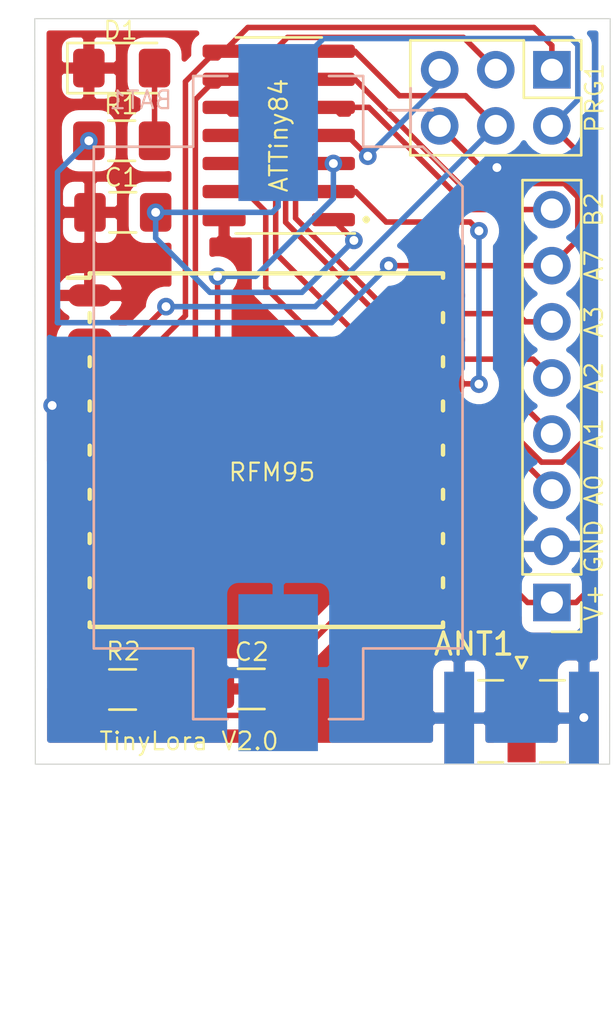
<source format=kicad_pcb>
(kicad_pcb (version 20171130) (host pcbnew 5.1.5)

  (general
    (thickness 1.6)
    (drawings 18)
    (tracks 162)
    (zones 0)
    (modules 11)
    (nets 23)
  )

  (page A4)
  (layers
    (0 F.Cu signal)
    (31 B.Cu signal)
    (32 B.Adhes user)
    (33 F.Adhes user)
    (34 B.Paste user)
    (35 F.Paste user)
    (36 B.SilkS user)
    (37 F.SilkS user)
    (38 B.Mask user)
    (39 F.Mask user)
    (40 Dwgs.User user)
    (41 Cmts.User user)
    (42 Eco1.User user)
    (43 Eco2.User user)
    (44 Edge.Cuts user)
    (45 Margin user)
    (46 B.CrtYd user)
    (47 F.CrtYd user)
    (48 B.Fab user)
    (49 F.Fab user)
  )

  (setup
    (last_trace_width 0.25)
    (trace_clearance 0.2)
    (zone_clearance 0.508)
    (zone_45_only no)
    (trace_min 0.2)
    (via_size 0.8)
    (via_drill 0.4)
    (via_min_size 0.4)
    (via_min_drill 0.3)
    (uvia_size 0.3)
    (uvia_drill 0.1)
    (uvias_allowed no)
    (uvia_min_size 0.2)
    (uvia_min_drill 0.1)
    (edge_width 0.05)
    (segment_width 0.2)
    (pcb_text_width 0.3)
    (pcb_text_size 1.5 1.5)
    (mod_edge_width 0.12)
    (mod_text_size 1 1)
    (mod_text_width 0.15)
    (pad_size 1.8 1.8)
    (pad_drill 0.9)
    (pad_to_mask_clearance 0.051)
    (solder_mask_min_width 0.25)
    (aux_axis_origin 0 0)
    (visible_elements FFFDFF7F)
    (pcbplotparams
      (layerselection 0x010fc_ffffffff)
      (usegerberextensions false)
      (usegerberattributes false)
      (usegerberadvancedattributes false)
      (creategerberjobfile false)
      (excludeedgelayer true)
      (linewidth 0.100000)
      (plotframeref false)
      (viasonmask false)
      (mode 1)
      (useauxorigin false)
      (hpglpennumber 1)
      (hpglpenspeed 20)
      (hpglpendiameter 15.000000)
      (psnegative false)
      (psa4output false)
      (plotreference true)
      (plotvalue true)
      (plotinvisibletext false)
      (padsonsilk false)
      (subtractmaskfromsilk false)
      (outputformat 1)
      (mirror false)
      (drillshape 0)
      (scaleselection 1)
      (outputdirectory "Gerber_V2/"))
  )

  (net 0 "")
  (net 1 GND)
  (net 2 +3V3)
  (net 3 PB2)
  (net 4 PA7)
  (net 5 PA3)
  (net 6 PA2)
  (net 7 PA1)
  (net 8 PA0)
  (net 9 MISO)
  (net 10 SCK)
  (net 11 MOSI)
  (net 12 DIO0)
  (net 13 NSS)
  (net 14 RST)
  (net 15 "Net-(D1-Pad2)")
  (net 16 "Net-(ANT1-Pad1)")
  (net 17 "Net-(RFM95-Pad16)")
  (net 18 "Net-(RFM95-Pad15)")
  (net 19 "Net-(RFM95-Pad12)")
  (net 20 "Net-(RFM95-Pad11)")
  (net 21 "Net-(RFM95-Pad7)")
  (net 22 "Net-(RFM95-Pad6)")

  (net_class Default "Dies ist die voreingestellte Netzklasse."
    (clearance 0.2)
    (trace_width 0.25)
    (via_dia 0.8)
    (via_drill 0.4)
    (uvia_dia 0.3)
    (uvia_drill 0.1)
    (add_net +3V3)
    (add_net DIO0)
    (add_net GND)
    (add_net MISO)
    (add_net MOSI)
    (add_net NSS)
    (add_net "Net-(ANT1-Pad1)")
    (add_net "Net-(D1-Pad2)")
    (add_net "Net-(RFM95-Pad11)")
    (add_net "Net-(RFM95-Pad12)")
    (add_net "Net-(RFM95-Pad15)")
    (add_net "Net-(RFM95-Pad16)")
    (add_net "Net-(RFM95-Pad6)")
    (add_net "Net-(RFM95-Pad7)")
    (add_net PA0)
    (add_net PA1)
    (add_net PA2)
    (add_net PA3)
    (add_net PA7)
    (add_net PB2)
    (add_net RST)
    (add_net SCK)
  )

  (module Connector_Coaxial:SMA_Samtec_SMA-J-P-X-ST-EM1_EdgeMount (layer F.Cu) (tedit 5E29F7F8) (tstamp 5E2A9007)
    (at 88.0872 77.3938)
    (descr "Connector SMA, 0Hz to 20GHz, 50Ohm, Edge Mount (http://suddendocs.samtec.com/prints/sma-j-p-x-st-em1-mkt.pdf)")
    (tags "SMA Straight Samtec Edge Mount")
    (path /5D699DFD)
    (attr smd)
    (fp_text reference ANT1 (at -2.159 -3.3528 180) (layer F.SilkS)
      (effects (font (size 1 1) (thickness 0.15)))
    )
    (fp_text value Antenna (at 0 13) (layer F.Fab)
      (effects (font (size 1 1) (thickness 0.15)))
    )
    (fp_line (start 0.84 -1.71) (end 1.95 -1.71) (layer F.SilkS) (width 0.12))
    (fp_line (start -1.95 -1.71) (end -0.84 -1.71) (layer F.SilkS) (width 0.12))
    (fp_line (start 0.84 2) (end 1.95 2) (layer F.SilkS) (width 0.12))
    (fp_line (start -1.95 2) (end -0.84 2) (layer F.SilkS) (width 0.12))
    (fp_line (start 3.68 2.6) (end 3.68 12.12) (layer B.CrtYd) (width 0.05))
    (fp_line (start 4 2.6) (end 3.68 2.6) (layer B.CrtYd) (width 0.05))
    (fp_line (start -3.68 12.12) (end -3.68 2.6) (layer B.CrtYd) (width 0.05))
    (fp_line (start -3.68 2.6) (end -4 2.6) (layer B.CrtYd) (width 0.05))
    (fp_line (start 3.68 2.6) (end 3.68 12.12) (layer F.CrtYd) (width 0.05))
    (fp_line (start 3.68 2.6) (end 4 2.6) (layer F.CrtYd) (width 0.05))
    (fp_line (start -3.68 12.12) (end -3.68 2.6) (layer F.CrtYd) (width 0.05))
    (fp_line (start -3.68 2.6) (end -4 2.6) (layer F.CrtYd) (width 0.05))
    (fp_text user "PCB Edge" (at 0 2.6) (layer Dwgs.User)
      (effects (font (size 0.5 0.5) (thickness 0.1)))
    )
    (fp_line (start 4.1 2.1) (end -4.1 2.1) (layer Dwgs.User) (width 0.1))
    (fp_line (start -3.175 -1.71) (end -3.175 11.62) (layer F.Fab) (width 0.1))
    (fp_line (start -2.365 -1.71) (end -3.175 -1.71) (layer F.Fab) (width 0.1))
    (fp_line (start -2.365 2.1) (end -2.365 -1.71) (layer F.Fab) (width 0.1))
    (fp_line (start 2.365 2.1) (end -2.365 2.1) (layer F.Fab) (width 0.1))
    (fp_line (start 2.365 -1.71) (end 2.365 2.1) (layer F.Fab) (width 0.1))
    (fp_line (start 3.175 -1.71) (end 2.365 -1.71) (layer F.Fab) (width 0.1))
    (fp_line (start 3.175 -1.71) (end 3.175 11.62) (layer F.Fab) (width 0.1))
    (fp_line (start 3.165 11.62) (end -3.165 11.62) (layer F.Fab) (width 0.1))
    (fp_line (start -4 -2.6) (end 4 -2.6) (layer B.CrtYd) (width 0.05))
    (fp_line (start -4 2.6) (end -4 -2.6) (layer B.CrtYd) (width 0.05))
    (fp_line (start 3.68 12.12) (end -3.68 12.12) (layer B.CrtYd) (width 0.05))
    (fp_line (start 4 2.6) (end 4 -2.6) (layer B.CrtYd) (width 0.05))
    (fp_line (start -4 -2.6) (end 4 -2.6) (layer F.CrtYd) (width 0.05))
    (fp_line (start -4 2.6) (end -4 -2.6) (layer F.CrtYd) (width 0.05))
    (fp_line (start 3.68 12.12) (end -3.68 12.12) (layer F.CrtYd) (width 0.05))
    (fp_line (start 4 2.6) (end 4 -2.6) (layer F.CrtYd) (width 0.05))
    (fp_text user %R (at 0 4.79 180) (layer F.Fab) hide
      (effects (font (size 1 1) (thickness 0.15)))
    )
    (fp_line (start 0.64 2.1) (end 0 3.1) (layer F.Fab) (width 0.1))
    (fp_line (start 0 3.1) (end -0.64 2.1) (layer F.Fab) (width 0.1))
    (fp_line (start 0 -2.26) (end 0.25 -2.76) (layer F.SilkS) (width 0.12))
    (fp_line (start 0.25 -2.76) (end -0.25 -2.76) (layer F.SilkS) (width 0.12))
    (fp_line (start -0.25 -2.76) (end 0 -2.26) (layer F.SilkS) (width 0.12))
    (pad 1 smd rect (at 0 0.2) (size 1.27 3.6) (layers F.Cu F.Paste F.Mask)
      (net 16 "Net-(ANT1-Pad1)"))
    (pad 2 smd rect (at 2.825 0) (size 1.35 4.2) (layers F.Cu F.Paste F.Mask)
      (net 1 GND))
    (pad 2 smd rect (at -2.825 0) (size 1.35 4.2) (layers F.Cu F.Paste F.Mask)
      (net 1 GND))
    (pad 2 smd rect (at 2.825 0) (size 1.35 4.2) (layers B.Cu B.Paste B.Mask)
      (net 1 GND))
    (pad 2 smd rect (at -2.825 0) (size 1.35 4.2) (layers B.Cu B.Paste B.Mask)
      (net 1 GND))
    (model ${KISYS3DMOD}/Connector_Coaxial.3dshapes/SMA_Samtec_SMA-J-P-X-ST-EM1_EdgeMount.wrl
      (at (xyz 0 0 0))
      (scale (xyz 1 1 1))
      (rotate (xyz 0 0 0))
    )
  )

  (module Resistor_SMD:R_1206_3216Metric_Pad1.42x1.75mm_HandSolder (layer F.Cu) (tedit 5B301BBD) (tstamp 5E2A47A1)
    (at 70.0167 76.0984)
    (descr "Resistor SMD 1206 (3216 Metric), square (rectangular) end terminal, IPC_7351 nominal with elongated pad for handsoldering. (Body size source: http://www.tortai-tech.com/upload/download/2011102023233369053.pdf), generated with kicad-footprint-generator")
    (tags "resistor handsolder")
    (path /5E0CABAF)
    (attr smd)
    (fp_text reference R2 (at 0.0365 -1.7272 180) (layer F.SilkS)
      (effects (font (size 0.8 0.8) (thickness 0.1)))
    )
    (fp_text value 47K (at 0 1.82) (layer F.Fab)
      (effects (font (size 1 1) (thickness 0.15)))
    )
    (fp_text user %R (at 0 0) (layer F.Fab)
      (effects (font (size 0.8 0.8) (thickness 0.12)))
    )
    (fp_line (start 2.45 1.12) (end -2.45 1.12) (layer F.CrtYd) (width 0.05))
    (fp_line (start 2.45 -1.12) (end 2.45 1.12) (layer F.CrtYd) (width 0.05))
    (fp_line (start -2.45 -1.12) (end 2.45 -1.12) (layer F.CrtYd) (width 0.05))
    (fp_line (start -2.45 1.12) (end -2.45 -1.12) (layer F.CrtYd) (width 0.05))
    (fp_line (start -0.602064 0.91) (end 0.602064 0.91) (layer F.SilkS) (width 0.12))
    (fp_line (start -0.602064 -0.91) (end 0.602064 -0.91) (layer F.SilkS) (width 0.12))
    (fp_line (start 1.6 0.8) (end -1.6 0.8) (layer F.Fab) (width 0.1))
    (fp_line (start 1.6 -0.8) (end 1.6 0.8) (layer F.Fab) (width 0.1))
    (fp_line (start -1.6 -0.8) (end 1.6 -0.8) (layer F.Fab) (width 0.1))
    (fp_line (start -1.6 0.8) (end -1.6 -0.8) (layer F.Fab) (width 0.1))
    (pad 2 smd roundrect (at 1.4875 0) (size 1.425 1.75) (layers F.Cu F.Paste F.Mask) (roundrect_rratio 0.175439)
      (net 2 +3V3))
    (pad 1 smd roundrect (at -1.4875 0) (size 1.425 1.75) (layers F.Cu F.Paste F.Mask) (roundrect_rratio 0.175439)
      (net 13 NSS))
    (model ${KISYS3DMOD}/Resistor_SMD.3dshapes/R_1206_3216Metric.wrl
      (at (xyz 0 0 0))
      (scale (xyz 1 1 1))
      (rotate (xyz 0 0 0))
    )
  )

  (module Capacitor_SMD:C_1206_3216Metric_Pad1.42x1.75mm_HandSolder (layer F.Cu) (tedit 5B301BBE) (tstamp 5D693C4D)
    (at 75.8444 76.073 180)
    (descr "Capacitor SMD 1206 (3216 Metric), square (rectangular) end terminal, IPC_7351 nominal with elongated pad for handsoldering. (Body size source: http://www.tortai-tech.com/upload/download/2011102023233369053.pdf), generated with kicad-footprint-generator")
    (tags "capacitor handsolder")
    (path /5D694E97)
    (attr smd)
    (fp_text reference C2 (at -0.0254 1.6764) (layer F.SilkS)
      (effects (font (size 0.8 0.8) (thickness 0.1)))
    )
    (fp_text value 100n (at 0 1.82) (layer F.Fab)
      (effects (font (size 1 1) (thickness 0.15)))
    )
    (fp_text user %R (at 0 0) (layer F.Fab)
      (effects (font (size 0.8 0.8) (thickness 0.12)))
    )
    (fp_line (start 2.45 1.12) (end -2.45 1.12) (layer F.CrtYd) (width 0.05))
    (fp_line (start 2.45 -1.12) (end 2.45 1.12) (layer F.CrtYd) (width 0.05))
    (fp_line (start -2.45 -1.12) (end 2.45 -1.12) (layer F.CrtYd) (width 0.05))
    (fp_line (start -2.45 1.12) (end -2.45 -1.12) (layer F.CrtYd) (width 0.05))
    (fp_line (start -0.602064 0.91) (end 0.602064 0.91) (layer F.SilkS) (width 0.12))
    (fp_line (start -0.602064 -0.91) (end 0.602064 -0.91) (layer F.SilkS) (width 0.12))
    (fp_line (start 1.6 0.8) (end -1.6 0.8) (layer F.Fab) (width 0.1))
    (fp_line (start 1.6 -0.8) (end 1.6 0.8) (layer F.Fab) (width 0.1))
    (fp_line (start -1.6 -0.8) (end 1.6 -0.8) (layer F.Fab) (width 0.1))
    (fp_line (start -1.6 0.8) (end -1.6 -0.8) (layer F.Fab) (width 0.1))
    (pad 2 smd roundrect (at 1.4875 0 180) (size 1.425 1.75) (layers F.Cu F.Paste F.Mask) (roundrect_rratio 0.175439)
      (net 1 GND))
    (pad 1 smd roundrect (at -1.4875 0 180) (size 1.425 1.75) (layers F.Cu F.Paste F.Mask) (roundrect_rratio 0.175439)
      (net 2 +3V3))
    (model ${KISYS3DMOD}/Capacitor_SMD.3dshapes/C_1206_3216Metric.wrl
      (at (xyz 0 0 0))
      (scale (xyz 1 1 1))
      (rotate (xyz 0 0 0))
    )
  )

  (module Capacitor_SMD:C_1206_3216Metric_Pad1.42x1.75mm_HandSolder (layer F.Cu) (tedit 5B301BBE) (tstamp 5D694D27)
    (at 70.0278 54.5084 180)
    (descr "Capacitor SMD 1206 (3216 Metric), square (rectangular) end terminal, IPC_7351 nominal with elongated pad for handsoldering. (Body size source: http://www.tortai-tech.com/upload/download/2011102023233369053.pdf), generated with kicad-footprint-generator")
    (tags "capacitor handsolder")
    (path /5D696543)
    (attr smd)
    (fp_text reference C1 (at 0.0508 1.5748) (layer F.SilkS)
      (effects (font (size 0.8 0.8) (thickness 0.1)))
    )
    (fp_text value 100n (at 0 1.82) (layer F.Fab)
      (effects (font (size 1 1) (thickness 0.15)))
    )
    (fp_text user %R (at -0.127 0) (layer F.Fab) hide
      (effects (font (size 0.8 0.8) (thickness 0.12)))
    )
    (fp_line (start 2.45 1.12) (end -2.45 1.12) (layer F.CrtYd) (width 0.05))
    (fp_line (start 2.45 -1.12) (end 2.45 1.12) (layer F.CrtYd) (width 0.05))
    (fp_line (start -2.45 -1.12) (end 2.45 -1.12) (layer F.CrtYd) (width 0.05))
    (fp_line (start -2.45 1.12) (end -2.45 -1.12) (layer F.CrtYd) (width 0.05))
    (fp_line (start -0.602064 0.91) (end 0.602064 0.91) (layer F.SilkS) (width 0.12))
    (fp_line (start -0.602064 -0.91) (end 0.602064 -0.91) (layer F.SilkS) (width 0.12))
    (fp_line (start 1.6 0.8) (end -1.6 0.8) (layer F.Fab) (width 0.1))
    (fp_line (start 1.6 -0.8) (end 1.6 0.8) (layer F.Fab) (width 0.1))
    (fp_line (start -1.6 -0.8) (end 1.6 -0.8) (layer F.Fab) (width 0.1))
    (fp_line (start -1.6 0.8) (end -1.6 -0.8) (layer F.Fab) (width 0.1))
    (pad 2 smd roundrect (at 1.4875 0 180) (size 1.425 1.75) (layers F.Cu F.Paste F.Mask) (roundrect_rratio 0.175439)
      (net 1 GND))
    (pad 1 smd roundrect (at -1.4875 0 180) (size 1.425 1.75) (layers F.Cu F.Paste F.Mask) (roundrect_rratio 0.175439)
      (net 2 +3V3))
    (model ${KISYS3DMOD}/Capacitor_SMD.3dshapes/C_1206_3216Metric.wrl
      (at (xyz 0 0 0))
      (scale (xyz 1 1 1))
      (rotate (xyz 0 0 0))
    )
  )

  (module Connector_PinHeader_2.54mm:PinHeader_2x03_P2.54mm_Vertical (layer F.Cu) (tedit 59FED5CC) (tstamp 5E2A4CBB)
    (at 89.4588 48.0568 270)
    (descr "Through hole straight pin header, 2x03, 2.54mm pitch, double rows")
    (tags "Through hole pin header THT 2x03 2.54mm double row")
    (path /5D69C5BF)
    (fp_text reference PRG1 (at 1.27 -1.9304 90) (layer F.SilkS)
      (effects (font (size 0.8 0.8) (thickness 0.1)))
    )
    (fp_text value PRG (at 1.27 7.41 90) (layer F.Fab)
      (effects (font (size 1 1) (thickness 0.15)))
    )
    (fp_text user %R (at 1.27 2.54 270) (layer F.Fab) hide
      (effects (font (size 1 1) (thickness 0.15)))
    )
    (fp_line (start 4.35 -1.8) (end -1.8 -1.8) (layer F.CrtYd) (width 0.05))
    (fp_line (start 4.35 6.85) (end 4.35 -1.8) (layer F.CrtYd) (width 0.05))
    (fp_line (start -1.8 6.85) (end 4.35 6.85) (layer F.CrtYd) (width 0.05))
    (fp_line (start -1.8 -1.8) (end -1.8 6.85) (layer F.CrtYd) (width 0.05))
    (fp_line (start -1.33 -1.33) (end 0 -1.33) (layer F.SilkS) (width 0.12))
    (fp_line (start -1.33 0) (end -1.33 -1.33) (layer F.SilkS) (width 0.12))
    (fp_line (start 1.27 -1.33) (end 3.87 -1.33) (layer F.SilkS) (width 0.12))
    (fp_line (start 1.27 1.27) (end 1.27 -1.33) (layer F.SilkS) (width 0.12))
    (fp_line (start -1.33 1.27) (end 1.27 1.27) (layer F.SilkS) (width 0.12))
    (fp_line (start 3.87 -1.33) (end 3.87 6.41) (layer F.SilkS) (width 0.12))
    (fp_line (start -1.33 1.27) (end -1.33 6.41) (layer F.SilkS) (width 0.12))
    (fp_line (start -1.33 6.41) (end 3.87 6.41) (layer F.SilkS) (width 0.12))
    (fp_line (start -1.27 0) (end 0 -1.27) (layer F.Fab) (width 0.1))
    (fp_line (start -1.27 6.35) (end -1.27 0) (layer F.Fab) (width 0.1))
    (fp_line (start 3.81 6.35) (end -1.27 6.35) (layer F.Fab) (width 0.1))
    (fp_line (start 3.81 -1.27) (end 3.81 6.35) (layer F.Fab) (width 0.1))
    (fp_line (start 0 -1.27) (end 3.81 -1.27) (layer F.Fab) (width 0.1))
    (pad 6 thru_hole oval (at 2.54 5.08 270) (size 1.7 1.7) (drill 1) (layers *.Cu *.Mask)
      (net 1 GND))
    (pad 5 thru_hole oval (at 0 5.08 270) (size 1.7 1.7) (drill 1) (layers *.Cu *.Mask)
      (net 14 RST))
    (pad 4 thru_hole oval (at 2.54 2.54 270) (size 1.7 1.7) (drill 1) (layers *.Cu *.Mask)
      (net 11 MOSI))
    (pad 3 thru_hole oval (at 0 2.54 270) (size 1.7 1.7) (drill 1) (layers *.Cu *.Mask)
      (net 10 SCK))
    (pad 2 thru_hole oval (at 2.54 0 270) (size 1.7 1.7) (drill 1) (layers *.Cu *.Mask)
      (net 2 +3V3))
    (pad 1 thru_hole rect (at 0 0 270) (size 1.7 1.7) (drill 1) (layers *.Cu *.Mask)
      (net 9 MISO))
    (model ${KISYS3DMOD}/Connector_PinHeader_2.54mm.3dshapes/PinHeader_2x03_P2.54mm_Vertical.wrl
      (at (xyz 0 0 0))
      (scale (xyz 1 1 1))
      (rotate (xyz 0 0 0))
    )
  )

  (module Connector_PinHeader_2.54mm:PinHeader_1x08_P2.54mm_Vertical (layer F.Cu) (tedit 59FED5CC) (tstamp 5E2A8742)
    (at 89.4588 72.1614 180)
    (descr "Through hole straight pin header, 1x08, 2.54mm pitch, single row")
    (tags "Through hole pin header THT 1x08 2.54mm single row")
    (path /5D68DC89)
    (fp_text reference J1 (at 1.8923 -0.0381 90) (layer F.SilkS) hide
      (effects (font (size 0.8 0.8) (thickness 0.1)))
    )
    (fp_text value J1 (at 0 20.11) (layer F.Fab) hide
      (effects (font (size 1 1) (thickness 0.15)))
    )
    (fp_text user %R (at 0 8.89 90) (layer F.Fab) hide
      (effects (font (size 1 1) (thickness 0.15)))
    )
    (fp_line (start 1.8 -1.8) (end -1.8 -1.8) (layer F.CrtYd) (width 0.05))
    (fp_line (start 1.8 19.55) (end 1.8 -1.8) (layer F.CrtYd) (width 0.05))
    (fp_line (start -1.8 19.55) (end 1.8 19.55) (layer F.CrtYd) (width 0.05))
    (fp_line (start -1.8 -1.8) (end -1.8 19.55) (layer F.CrtYd) (width 0.05))
    (fp_line (start -1.33 -1.33) (end 0 -1.33) (layer F.SilkS) (width 0.12))
    (fp_line (start -1.33 0) (end -1.33 -1.33) (layer F.SilkS) (width 0.12))
    (fp_line (start -1.33 1.27) (end 1.33 1.27) (layer F.SilkS) (width 0.12))
    (fp_line (start 1.33 1.27) (end 1.33 19.11) (layer F.SilkS) (width 0.12))
    (fp_line (start -1.33 1.27) (end -1.33 19.11) (layer F.SilkS) (width 0.12))
    (fp_line (start -1.33 19.11) (end 1.33 19.11) (layer F.SilkS) (width 0.12))
    (fp_line (start -1.27 -0.635) (end -0.635 -1.27) (layer F.Fab) (width 0.1))
    (fp_line (start -1.27 19.05) (end -1.27 -0.635) (layer F.Fab) (width 0.1))
    (fp_line (start 1.27 19.05) (end -1.27 19.05) (layer F.Fab) (width 0.1))
    (fp_line (start 1.27 -1.27) (end 1.27 19.05) (layer F.Fab) (width 0.1))
    (fp_line (start -0.635 -1.27) (end 1.27 -1.27) (layer F.Fab) (width 0.1))
    (pad 8 thru_hole oval (at 0 17.78 180) (size 1.7 1.7) (drill 1) (layers *.Cu *.Mask)
      (net 3 PB2))
    (pad 7 thru_hole oval (at 0 15.24 180) (size 1.7 1.7) (drill 1) (layers *.Cu *.Mask)
      (net 4 PA7))
    (pad 6 thru_hole oval (at 0 12.7 180) (size 1.7 1.7) (drill 1) (layers *.Cu *.Mask)
      (net 5 PA3))
    (pad 5 thru_hole oval (at 0 10.16 180) (size 1.7 1.7) (drill 1) (layers *.Cu *.Mask)
      (net 6 PA2))
    (pad 4 thru_hole oval (at 0 7.62 180) (size 1.7 1.7) (drill 1) (layers *.Cu *.Mask)
      (net 7 PA1))
    (pad 3 thru_hole oval (at 0 5.08 180) (size 1.7 1.7) (drill 1) (layers *.Cu *.Mask)
      (net 8 PA0))
    (pad 2 thru_hole oval (at 0 2.54 180) (size 1.7 1.7) (drill 1) (layers *.Cu *.Mask)
      (net 1 GND))
    (pad 1 thru_hole rect (at 0 0 180) (size 1.7 1.7) (drill 1) (layers *.Cu *.Mask)
      (net 2 +3V3))
    (model ${KISYS3DMOD}/Connector_PinHeader_2.54mm.3dshapes/PinHeader_1x08_P2.54mm_Vertical.wrl
      (at (xyz 0 0 0))
      (scale (xyz 1 1 1))
      (rotate (xyz 0 0 0))
    )
  )

  (module Resistor_SMD:R_1206_3216Metric_Pad1.42x1.75mm_HandSolder (layer F.Cu) (tedit 5B301BBD) (tstamp 5D68359C)
    (at 69.977 51.2699 180)
    (descr "Resistor SMD 1206 (3216 Metric), square (rectangular) end terminal, IPC_7351 nominal with elongated pad for handsoldering. (Body size source: http://www.tortai-tech.com/upload/download/2011102023233369053.pdf), generated with kicad-footprint-generator")
    (tags "resistor handsolder")
    (path /5D6827F4)
    (attr smd)
    (fp_text reference R1 (at 0.0254 1.6129 180) (layer F.SilkS)
      (effects (font (size 0.8 0.8) (thickness 0.1)))
    )
    (fp_text value 100 (at 0 1.82) (layer F.Fab)
      (effects (font (size 1 1) (thickness 0.15)))
    )
    (fp_text user %R (at 0 0) (layer F.Fab) hide
      (effects (font (size 0.8 0.8) (thickness 0.12)))
    )
    (fp_line (start 2.45 1.12) (end -2.45 1.12) (layer F.CrtYd) (width 0.05))
    (fp_line (start 2.45 -1.12) (end 2.45 1.12) (layer F.CrtYd) (width 0.05))
    (fp_line (start -2.45 -1.12) (end 2.45 -1.12) (layer F.CrtYd) (width 0.05))
    (fp_line (start -2.45 1.12) (end -2.45 -1.12) (layer F.CrtYd) (width 0.05))
    (fp_line (start -0.602064 0.91) (end 0.602064 0.91) (layer F.SilkS) (width 0.12))
    (fp_line (start -0.602064 -0.91) (end 0.602064 -0.91) (layer F.SilkS) (width 0.12))
    (fp_line (start 1.6 0.8) (end -1.6 0.8) (layer F.Fab) (width 0.1))
    (fp_line (start 1.6 -0.8) (end 1.6 0.8) (layer F.Fab) (width 0.1))
    (fp_line (start -1.6 -0.8) (end 1.6 -0.8) (layer F.Fab) (width 0.1))
    (fp_line (start -1.6 0.8) (end -1.6 -0.8) (layer F.Fab) (width 0.1))
    (pad 2 smd roundrect (at 1.4875 0 180) (size 1.425 1.75) (layers F.Cu F.Paste F.Mask) (roundrect_rratio 0.175439)
      (net 4 PA7))
    (pad 1 smd roundrect (at -1.4875 0 180) (size 1.425 1.75) (layers F.Cu F.Paste F.Mask) (roundrect_rratio 0.175439)
      (net 15 "Net-(D1-Pad2)"))
    (model ${KISYS3DMOD}/Resistor_SMD.3dshapes/R_1206_3216Metric.wrl
      (at (xyz 0 0 0))
      (scale (xyz 1 1 1))
      (rotate (xyz 0 0 0))
    )
  )

  (module LED_SMD:LED_1206_3216Metric_Pad1.42x1.75mm_HandSolder (layer F.Cu) (tedit 5B4B45C9) (tstamp 5D68353A)
    (at 69.977 47.9806)
    (descr "LED SMD 1206 (3216 Metric), square (rectangular) end terminal, IPC_7351 nominal, (Body size source: http://www.tortai-tech.com/upload/download/2011102023233369053.pdf), generated with kicad-footprint-generator")
    (tags "LED handsolder")
    (path /5D67F14D)
    (attr smd)
    (fp_text reference D1 (at -0.0508 -1.7018) (layer F.SilkS)
      (effects (font (size 0.8 0.8) (thickness 0.1)))
    )
    (fp_text value LED (at 0 1.82) (layer F.Fab)
      (effects (font (size 1 1) (thickness 0.15)))
    )
    (fp_text user %R (at 0.127 0) (layer F.Fab) hide
      (effects (font (size 0.8 0.8) (thickness 0.12)))
    )
    (fp_line (start 2.45 1.12) (end -2.45 1.12) (layer F.CrtYd) (width 0.05))
    (fp_line (start 2.45 -1.12) (end 2.45 1.12) (layer F.CrtYd) (width 0.05))
    (fp_line (start -2.45 -1.12) (end 2.45 -1.12) (layer F.CrtYd) (width 0.05))
    (fp_line (start -2.45 1.12) (end -2.45 -1.12) (layer F.CrtYd) (width 0.05))
    (fp_line (start -2.46 1.135) (end 1.6 1.135) (layer F.SilkS) (width 0.12))
    (fp_line (start -2.46 -1.135) (end -2.46 1.135) (layer F.SilkS) (width 0.12))
    (fp_line (start 1.6 -1.135) (end -2.46 -1.135) (layer F.SilkS) (width 0.12))
    (fp_line (start 1.6 0.8) (end 1.6 -0.8) (layer F.Fab) (width 0.1))
    (fp_line (start -1.6 0.8) (end 1.6 0.8) (layer F.Fab) (width 0.1))
    (fp_line (start -1.6 -0.4) (end -1.6 0.8) (layer F.Fab) (width 0.1))
    (fp_line (start -1.2 -0.8) (end -1.6 -0.4) (layer F.Fab) (width 0.1))
    (fp_line (start 1.6 -0.8) (end -1.2 -0.8) (layer F.Fab) (width 0.1))
    (pad 2 smd roundrect (at 1.4875 0) (size 1.425 1.75) (layers F.Cu F.Paste F.Mask) (roundrect_rratio 0.175439)
      (net 15 "Net-(D1-Pad2)"))
    (pad 1 smd roundrect (at -1.4875 0) (size 1.425 1.75) (layers F.Cu F.Paste F.Mask) (roundrect_rratio 0.175439)
      (net 1 GND))
    (model ${KISYS3DMOD}/LED_SMD.3dshapes/LED_1206_3216Metric.wrl
      (at (xyz 0 0 0))
      (scale (xyz 1 1 1))
      (rotate (xyz 0 0 0))
    )
  )

  (module battery_holder:BatteryHolder_Keystone_1060_1x2032_Long_Pad (layer B.Cu) (tedit 5D66CD14) (tstamp 5D66BC43)
    (at 77.0636 62.8904 270)
    (descr http://www.keyelco.com/product-pdf.cfm?p=726)
    (tags "CR2032 BR2032 BatteryHolder Battery")
    (path /5D6F40EE)
    (attr smd)
    (fp_text reference BAT1 (at -13.462 6.223 180) (layer B.SilkS)
      (effects (font (size 0.8 0.8) (thickness 0.1)) (justify mirror))
    )
    (fp_text value Battery_Cell (at 0 11.75 270) (layer B.Fab)
      (effects (font (size 1 1) (thickness 0.15)) (justify mirror))
    )
    (fp_circle (center 0 0) (end -10.2 0) (layer Dwgs.User) (width 0.3))
    (fp_line (start 11 -8) (end -9.4 -8) (layer B.Fab) (width 0.1))
    (fp_line (start 11 8) (end -11 8) (layer B.Fab) (width 0.1))
    (fp_line (start 11 -8) (end 11 -3.5) (layer B.Fab) (width 0.1))
    (fp_line (start 11 8) (end 11 3.5) (layer B.Fab) (width 0.1))
    (fp_line (start -11 8) (end -11 3.5) (layer B.Fab) (width 0.1))
    (fp_line (start -11 -6.4) (end -11 -3.5) (layer B.Fab) (width 0.1))
    (fp_line (start -11 -3.5) (end -14.2 -3.5) (layer B.Fab) (width 0.1))
    (fp_line (start -14.2 -3.5) (end -14.2 3.5) (layer B.Fab) (width 0.1))
    (fp_line (start -14.2 3.5) (end -11 3.5) (layer B.Fab) (width 0.1))
    (fp_line (start 11 -3.5) (end 14.2 -3.5) (layer B.Fab) (width 0.1))
    (fp_line (start 14.2 -3.5) (end 14.2 3.5) (layer B.Fab) (width 0.1))
    (fp_line (start 14.2 3.5) (end 11 3.5) (layer B.Fab) (width 0.1))
    (fp_line (start -9.4 -8) (end -11 -6.4) (layer B.Fab) (width 0.1))
    (fp_line (start 11.35 -3.85) (end 14.55 -3.85) (layer B.SilkS) (width 0.12))
    (fp_line (start 14.55 -3.85) (end 14.55 -2.3) (layer B.SilkS) (width 0.12))
    (fp_line (start 11.35 -8.35) (end 11.35 -3.85) (layer B.SilkS) (width 0.12))
    (fp_line (start 11.35 -8.35) (end -9.55 -8.35) (layer B.SilkS) (width 0.12))
    (fp_line (start -11.35 -6.55) (end -11.35 -3.85) (layer B.SilkS) (width 0.12))
    (fp_line (start -9.55 -8.35) (end -11.35 -6.55) (layer B.SilkS) (width 0.12))
    (fp_line (start -11.35 -3.85) (end -14.55 -3.85) (layer B.SilkS) (width 0.12))
    (fp_line (start -14.55 -3.85) (end -14.55 -2.3) (layer B.SilkS) (width 0.12))
    (fp_line (start -11.35 3.85) (end -14.55 3.85) (layer B.SilkS) (width 0.12))
    (fp_line (start -14.55 3.85) (end -14.55 2.3) (layer B.SilkS) (width 0.12))
    (fp_line (start 11.35 3.85) (end 14.55 3.85) (layer B.SilkS) (width 0.12))
    (fp_line (start 14.55 3.85) (end 14.55 2.3) (layer B.SilkS) (width 0.12))
    (fp_line (start -11.35 8.35) (end 11.35 8.35) (layer B.SilkS) (width 0.12))
    (fp_line (start -11.35 8.35) (end -11.35 3.85) (layer B.SilkS) (width 0.12))
    (fp_line (start 11.35 8.35) (end 11.35 3.85) (layer B.SilkS) (width 0.12))
    (fp_arc (start 0 0) (end -6.5 -8.5) (angle 74.81070976) (layer B.CrtYd) (width 0.05))
    (fp_line (start 11.5 -8.5) (end 6.5 -8.5) (layer B.CrtYd) (width 0.05))
    (fp_line (start -6.5 -8.5) (end -11.5 -8.5) (layer B.CrtYd) (width 0.05))
    (fp_line (start -11.5 -4) (end -11.5 -8.5) (layer B.CrtYd) (width 0.05))
    (fp_line (start -14.7 -4) (end -11.5 -4) (layer B.CrtYd) (width 0.05))
    (fp_line (start -14.7 -4) (end -14.7 -2.3) (layer B.CrtYd) (width 0.05))
    (fp_line (start -14.7 -2.3) (end -16.45 -2.3) (layer B.CrtYd) (width 0.05))
    (fp_line (start -16.45 -2.3) (end -16.45 2.3) (layer B.CrtYd) (width 0.05))
    (fp_line (start -14.7 2.3) (end -16.45 2.3) (layer B.CrtYd) (width 0.05))
    (fp_line (start -14.7 2.3) (end -14.7 4) (layer B.CrtYd) (width 0.05))
    (fp_line (start -14.7 4) (end -11.5 4) (layer B.CrtYd) (width 0.05))
    (fp_line (start -11.5 4) (end -11.5 8.5) (layer B.CrtYd) (width 0.05))
    (fp_line (start -11.5 8.5) (end -6.5 8.5) (layer B.CrtYd) (width 0.05))
    (fp_line (start 11.5 8.5) (end 11.5 4) (layer B.CrtYd) (width 0.05))
    (fp_line (start 11.5 4) (end 14.7 4) (layer B.CrtYd) (width 0.05))
    (fp_line (start 14.7 4) (end 14.7 2.3) (layer B.CrtYd) (width 0.05))
    (fp_line (start 14.7 2.3) (end 16.45 2.3) (layer B.CrtYd) (width 0.05))
    (fp_line (start 16.45 2.3) (end 16.45 -2.3) (layer B.CrtYd) (width 0.05))
    (fp_line (start 16.45 -2.3) (end 14.7 -2.3) (layer B.CrtYd) (width 0.05))
    (fp_line (start 14.7 -2.3) (end 14.7 -4) (layer B.CrtYd) (width 0.05))
    (fp_line (start 14.7 -4) (end 11.5 -4) (layer B.CrtYd) (width 0.05))
    (fp_line (start 11.5 -4) (end 11.5 -8.5) (layer B.CrtYd) (width 0.05))
    (fp_arc (start 0 0) (end 6.5 8.5) (angle 74.81070976) (layer B.CrtYd) (width 0.05))
    (fp_line (start 11.5 8.5) (end 6.5 8.5) (layer B.CrtYd) (width 0.05))
    (fp_text user BAT (at 0 0 270) (layer B.Fab) hide
      (effects (font (size 1 1) (thickness 0.15)) (justify mirror))
    )
    (fp_line (start -13 -5) (end -13 -7) (layer B.SilkS) (width 0.12))
    (fp_line (start -12 -6) (end -14 -6) (layer B.SilkS) (width 0.12))
    (pad 2 smd rect (at 12.446 0 90) (size 7.1 3.6) (layers B.Cu B.Paste B.Mask)
      (net 1 GND))
    (pad 1 smd rect (at -12.446 0 90) (size 7.1 3.6) (layers B.Cu B.Paste B.Mask)
      (net 2 +3V3))
    (model ${KISYS3DMOD}/Battery.3dshapes/BatteryHolder_Keystone_1060_1x2032.wrl
      (at (xyz 0 0 0))
      (scale (xyz 1 1 1))
      (rotate (xyz 0 0 0))
    )
  )

  (module Package_SO:SOIC-14_3.9x8.7mm_P1.27mm (layer F.Cu) (tedit 5C97300E) (tstamp 5D668B1A)
    (at 77.089 51.0286 180)
    (descr "SOIC, 14 Pin (JEDEC MS-012AB, https://www.analog.com/media/en/package-pcb-resources/package/pkg_pdf/soic_narrow-r/r_14.pdf), generated with kicad-footprint-generator ipc_gullwing_generator.py")
    (tags "SOIC SO")
    (path /5D66342E)
    (attr smd)
    (fp_text reference ATTiny84 (at 0 0 270) (layer F.SilkS)
      (effects (font (size 0.8 0.8) (thickness 0.1)))
    )
    (fp_text value ATtiny84A-SSU (at 0 5.28) (layer F.Fab)
      (effects (font (size 1 1) (thickness 0.15)))
    )
    (fp_text user %R (at 0 0) (layer F.Fab) hide
      (effects (font (size 0.98 0.98) (thickness 0.15)))
    )
    (fp_line (start 3.7 -4.58) (end -3.7 -4.58) (layer F.CrtYd) (width 0.05))
    (fp_line (start 3.7 4.58) (end 3.7 -4.58) (layer F.CrtYd) (width 0.05))
    (fp_line (start -3.7 4.58) (end 3.7 4.58) (layer F.CrtYd) (width 0.05))
    (fp_line (start -3.7 -4.58) (end -3.7 4.58) (layer F.CrtYd) (width 0.05))
    (fp_line (start -1.95 -3.35) (end -0.975 -4.325) (layer F.Fab) (width 0.1))
    (fp_line (start -1.95 4.325) (end -1.95 -3.35) (layer F.Fab) (width 0.1))
    (fp_line (start 1.95 4.325) (end -1.95 4.325) (layer F.Fab) (width 0.1))
    (fp_line (start 1.95 -4.325) (end 1.95 4.325) (layer F.Fab) (width 0.1))
    (fp_line (start -0.975 -4.325) (end 1.95 -4.325) (layer F.Fab) (width 0.1))
    (fp_line (start 0 -4.435) (end -3.45 -4.435) (layer F.SilkS) (width 0.12))
    (fp_line (start 0 -4.435) (end 1.95 -4.435) (layer F.SilkS) (width 0.12))
    (fp_line (start 0 4.435) (end -1.95 4.435) (layer F.SilkS) (width 0.12))
    (fp_line (start 0 4.435) (end 1.95 4.435) (layer F.SilkS) (width 0.12))
    (pad 14 smd roundrect (at 2.475 -3.81 180) (size 1.95 0.6) (layers F.Cu F.Paste F.Mask) (roundrect_rratio 0.25)
      (net 1 GND))
    (pad 13 smd roundrect (at 2.475 -2.54 180) (size 1.95 0.6) (layers F.Cu F.Paste F.Mask) (roundrect_rratio 0.25)
      (net 8 PA0))
    (pad 12 smd roundrect (at 2.475 -1.27 180) (size 1.95 0.6) (layers F.Cu F.Paste F.Mask) (roundrect_rratio 0.25)
      (net 7 PA1))
    (pad 11 smd roundrect (at 2.475 0 180) (size 1.95 0.6) (layers F.Cu F.Paste F.Mask) (roundrect_rratio 0.25)
      (net 6 PA2))
    (pad 10 smd roundrect (at 2.475 1.27 180) (size 1.95 0.6) (layers F.Cu F.Paste F.Mask) (roundrect_rratio 0.25)
      (net 5 PA3))
    (pad 9 smd roundrect (at 2.475 2.54 180) (size 1.95 0.6) (layers F.Cu F.Paste F.Mask) (roundrect_rratio 0.25)
      (net 10 SCK))
    (pad 8 smd roundrect (at 2.475 3.81 180) (size 1.95 0.6) (layers F.Cu F.Paste F.Mask) (roundrect_rratio 0.25)
      (net 9 MISO))
    (pad 7 smd roundrect (at -2.475 3.81 180) (size 1.95 0.6) (layers F.Cu F.Paste F.Mask) (roundrect_rratio 0.25)
      (net 11 MOSI))
    (pad 6 smd roundrect (at -2.475 2.54 180) (size 1.95 0.6) (layers F.Cu F.Paste F.Mask) (roundrect_rratio 0.25)
      (net 4 PA7))
    (pad 5 smd roundrect (at -2.475 1.27 180) (size 1.95 0.6) (layers F.Cu F.Paste F.Mask) (roundrect_rratio 0.25)
      (net 3 PB2))
    (pad 4 smd roundrect (at -2.475 0 180) (size 1.95 0.6) (layers F.Cu F.Paste F.Mask) (roundrect_rratio 0.25)
      (net 14 RST))
    (pad 3 smd roundrect (at -2.475 -1.27 180) (size 1.95 0.6) (layers F.Cu F.Paste F.Mask) (roundrect_rratio 0.25)
      (net 13 NSS))
    (pad 2 smd roundrect (at -2.475 -2.54 180) (size 1.95 0.6) (layers F.Cu F.Paste F.Mask) (roundrect_rratio 0.25)
      (net 12 DIO0))
    (pad 1 smd roundrect (at -2.475 -3.81 180) (size 1.95 0.6) (layers F.Cu F.Paste F.Mask) (roundrect_rratio 0.25)
      (net 2 +3V3))
    (model ${KISYS3DMOD}/Package_SO.3dshapes/SOIC-14_3.9x8.7mm_P1.27mm.wrl
      (at (xyz 0 0 0))
      (scale (xyz 1 1 1))
      (rotate (xyz 0 0 0))
    )
  )

  (module RFM:RFM95 (layer F.Cu) (tedit 585E5D4C) (tstamp 5D66B997)
    (at 68.5292 58.2676)
    (path /5D664943)
    (fp_text reference RFM95 (at 8.255 8.001) (layer F.SilkS)
      (effects (font (size 0.8 0.8) (thickness 0.1)))
    )
    (fp_text value RFM95W-868S2 (at 7.62 7.62) (layer F.Fab)
      (effects (font (size 1 1) (thickness 0.15)))
    )
    (fp_line (start 0 -1) (end 16 -1) (layer F.SilkS) (width 0.2))
    (fp_line (start 0 10.8) (end 0 11.2) (layer F.SilkS) (width 0.2))
    (fp_line (start 0 8.8) (end 0 9.2) (layer F.SilkS) (width 0.2))
    (fp_line (start 0 6.8) (end 0 7.2) (layer F.SilkS) (width 0.2))
    (fp_line (start 0 4.8) (end 0 5.2) (layer F.SilkS) (width 0.2))
    (fp_line (start 0 3.2) (end 0 2.8) (layer F.SilkS) (width 0.2))
    (fp_line (start 0 1.2) (end 0 0.8) (layer F.SilkS) (width 0.2))
    (fp_line (start -1 -0.8) (end 0 -0.8) (layer F.SilkS) (width 0.2))
    (fp_line (start 0 -0.8) (end 0 -1) (layer F.SilkS) (width 0.2))
    (fp_line (start 0 12.8) (end 0 13.2) (layer F.SilkS) (width 0.2))
    (fp_line (start 16 -1) (end 16 -0.8) (layer F.SilkS) (width 0.2))
    (fp_line (start 16 0.8) (end 16 1.2) (layer F.SilkS) (width 0.2))
    (fp_line (start 16 2.8) (end 16 3.2) (layer F.SilkS) (width 0.2))
    (fp_line (start 16 4.8) (end 16 5.2) (layer F.SilkS) (width 0.2))
    (fp_line (start 16 6.8) (end 16 7.2) (layer F.SilkS) (width 0.2))
    (fp_line (start 16 8.8) (end 16 9.2) (layer F.SilkS) (width 0.2))
    (fp_line (start 16 10.8) (end 16 11.2) (layer F.SilkS) (width 0.2))
    (fp_line (start 16 12.8) (end 16 13.2) (layer F.SilkS) (width 0.2))
    (fp_line (start 16 14.8) (end 16 15) (layer F.SilkS) (width 0.2))
    (fp_line (start 16 15) (end 0 15) (layer F.SilkS) (width 0.2))
    (fp_line (start 0 15) (end 0 14.8) (layer F.SilkS) (width 0.2))
    (pad 16 smd oval (at 16 0) (size 2 1) (layers F.Cu F.Paste F.Mask)
      (net 17 "Net-(RFM95-Pad16)"))
    (pad 15 smd oval (at 16 2) (size 2 1) (layers F.Cu F.Paste F.Mask)
      (net 18 "Net-(RFM95-Pad15)"))
    (pad 14 smd oval (at 16 4) (size 2 1) (layers F.Cu F.Paste F.Mask)
      (net 12 DIO0))
    (pad 13 smd oval (at 16 6) (size 2 1) (layers F.Cu F.Paste F.Mask)
      (net 2 +3V3))
    (pad 12 smd oval (at 16 8) (size 2 1) (layers F.Cu F.Paste F.Mask)
      (net 19 "Net-(RFM95-Pad12)"))
    (pad 11 smd oval (at 16 10) (size 2 1) (layers F.Cu F.Paste F.Mask)
      (net 20 "Net-(RFM95-Pad11)"))
    (pad 10 smd oval (at 16 12) (size 2 1) (layers F.Cu F.Paste F.Mask)
      (net 1 GND))
    (pad 9 smd oval (at 16 14) (size 2 1) (layers F.Cu F.Paste F.Mask)
      (net 16 "Net-(ANT1-Pad1)"))
    (pad 8 smd oval (at 0 14) (size 2 1) (layers F.Cu F.Paste F.Mask)
      (net 1 GND))
    (pad 7 smd oval (at 0 12) (size 2 1) (layers F.Cu F.Paste F.Mask)
      (net 21 "Net-(RFM95-Pad7)"))
    (pad 6 smd oval (at 0 10) (size 2 1) (layers F.Cu F.Paste F.Mask)
      (net 22 "Net-(RFM95-Pad6)"))
    (pad 5 smd oval (at 0 8) (size 2 1) (layers F.Cu F.Paste F.Mask)
      (net 13 NSS))
    (pad 4 smd oval (at 0 6) (size 2 1) (layers F.Cu F.Paste F.Mask)
      (net 10 SCK))
    (pad 3 smd oval (at 0 4) (size 2 1) (layers F.Cu F.Paste F.Mask)
      (net 9 MISO))
    (pad 2 smd oval (at 0 2) (size 2 1) (layers F.Cu F.Paste F.Mask)
      (net 11 MOSI))
    (pad 1 smd oval (at 0 0) (size 2 1) (layers F.Cu F.Paste F.Mask)
      (net 1 GND))
  )

  (gr_line (start 92.075 79.4766) (end 66.0654 79.4766) (layer Edge.Cuts) (width 0.05) (tstamp 5E2AC8BD))
  (gr_text . (at 81.0514 54.4322) (layer F.SilkS)
    (effects (font (size 1 1) (thickness 0.25)))
  )
  (gr_line (start 66.04 45.7454) (end 66.04 45.8978) (layer Edge.Cuts) (width 0.05) (tstamp 5E2A69A8))
  (gr_line (start 92.1004 45.7454) (end 66.04 45.7454) (layer Edge.Cuts) (width 0.05))
  (gr_line (start 92.1004 45.8724) (end 92.1004 45.7454) (layer Edge.Cuts) (width 0.05))
  (gr_line (start 66.04 45.8978) (end 66.04 46.228) (layer Edge.Cuts) (width 0.05) (tstamp 5E2A6978))
  (gr_line (start 92.1004 46.228) (end 92.1004 45.8724) (layer Edge.Cuts) (width 0.05))
  (gr_line (start 92.1004 46.228) (end 92.075 79.4766) (layer Edge.Cuts) (width 0.05) (tstamp 5E2A4D2E))
  (gr_line (start 66.04 46.228) (end 66.0654 79.4766) (layer Edge.Cuts) (width 0.05) (tstamp 5E2A4C0A))
  (gr_text B2 (at 91.3638 54.3814 90) (layer F.SilkS)
    (effects (font (size 0.8 0.8) (thickness 0.1)))
  )
  (gr_text A7 (at 91.3638 56.9214 90) (layer F.SilkS)
    (effects (font (size 0.8 0.8) (thickness 0.1)))
  )
  (gr_text A3 (at 91.3638 59.4614 90) (layer F.SilkS)
    (effects (font (size 0.8 0.8) (thickness 0.1)))
  )
  (gr_text A2 (at 91.3638 62.0014 90) (layer F.SilkS)
    (effects (font (size 0.8 0.8) (thickness 0.1)))
  )
  (gr_text A1 (at 91.3638 64.5414 90) (layer F.SilkS)
    (effects (font (size 0.8 0.8) (thickness 0.1)))
  )
  (gr_text A0 (at 91.3638 67.0814 90) (layer F.SilkS)
    (effects (font (size 0.8 0.8) (thickness 0.1)))
  )
  (gr_text GND (at 91.3638 69.6214 90) (layer F.SilkS)
    (effects (font (size 0.8 0.8) (thickness 0.1)))
  )
  (gr_text V+ (at 91.3638 72.1614 90) (layer F.SilkS)
    (effects (font (size 0.8 0.8) (thickness 0.1)))
  )
  (gr_text "TinyLora V2.0" (at 73.025 78.4352) (layer F.SilkS)
    (effects (font (size 0.8 0.8) (thickness 0.1)))
  )

  (via (at 90.9066 77.3684) (size 0.8) (drill 0.4) (layers F.Cu B.Cu) (net 1))
  (via (at 86.9696 52.481399) (size 0.8) (drill 0.4) (layers F.Cu B.Cu) (net 1))
  (segment (start 84.3788 50.5968) (end 86.263399 52.481399) (width 0.25) (layer F.Cu) (net 1))
  (segment (start 86.263399 52.481399) (end 86.9696 52.481399) (width 0.25) (layer F.Cu) (net 1))
  (via (at 66.8274 63.246) (size 0.8) (drill 0.4) (layers F.Cu B.Cu) (net 1))
  (segment (start 66.8274 58.7194) (end 66.8274 63.246) (width 0.25) (layer F.Cu) (net 1))
  (segment (start 68.5292 58.2676) (end 67.2792 58.2676) (width 0.25) (layer F.Cu) (net 1))
  (segment (start 67.2792 58.2676) (end 66.8274 58.7194) (width 0.25) (layer F.Cu) (net 1))
  (segment (start 77.0636 48.6944) (end 77.0636 50.4444) (width 0.25) (layer B.Cu) (net 2))
  (segment (start 90.331402 46.6444) (end 79.1136 46.6444) (width 0.25) (layer B.Cu) (net 2))
  (segment (start 79.1136 46.6444) (end 77.0636 48.6944) (width 0.25) (layer B.Cu) (net 2))
  (segment (start 90.633801 46.946799) (end 90.331402 46.6444) (width 0.25) (layer B.Cu) (net 2))
  (segment (start 90.633801 49.421799) (end 90.633801 46.946799) (width 0.25) (layer B.Cu) (net 2))
  (segment (start 89.4588 50.5968) (end 90.633801 49.421799) (width 0.25) (layer B.Cu) (net 2))
  (via (at 80.4926 55.7784) (size 0.8) (drill 0.4) (layers F.Cu B.Cu) (net 2))
  (segment (start 79.564 54.8386) (end 79.564 54.8498) (width 0.25) (layer F.Cu) (net 2))
  (segment (start 79.564 54.8498) (end 80.4926 55.7784) (width 0.25) (layer F.Cu) (net 2))
  (segment (start 73.972399 58.129001) (end 71.5153 55.671902) (width 0.25) (layer B.Cu) (net 2))
  (via (at 71.5153 54.5084) (size 0.8) (drill 0.4) (layers F.Cu B.Cu) (net 2))
  (segment (start 78.141999 58.129001) (end 73.972399 58.129001) (width 0.25) (layer B.Cu) (net 2))
  (segment (start 71.5153 55.671902) (end 71.5153 54.5084) (width 0.25) (layer B.Cu) (net 2))
  (segment (start 80.4926 55.7784) (end 78.141999 58.129001) (width 0.25) (layer B.Cu) (net 2))
  (segment (start 77.0636 54.2444) (end 77.0636 50.4444) (width 0.25) (layer B.Cu) (net 2))
  (segment (start 76.7996 54.5084) (end 77.0636 54.2444) (width 0.25) (layer B.Cu) (net 2))
  (segment (start 71.5153 54.5084) (end 76.7996 54.5084) (width 0.25) (layer B.Cu) (net 2))
  (segment (start 84.5292 64.2676) (end 87.445998 64.2676) (width 0.25) (layer F.Cu) (net 2))
  (segment (start 87.445998 64.2676) (end 88.989798 65.8114) (width 0.25) (layer F.Cu) (net 2))
  (segment (start 89.4588 50.5968) (end 91.083811 52.221811) (width 0.25) (layer F.Cu) (net 2))
  (segment (start 91.083811 64.655391) (end 91.083811 52.221811) (width 0.25) (layer F.Cu) (net 2))
  (segment (start 89.927802 65.8114) (end 91.083811 64.655391) (width 0.25) (layer F.Cu) (net 2))
  (segment (start 88.989798 65.8114) (end 89.927802 65.8114) (width 0.25) (layer F.Cu) (net 2))
  (segment (start 90.5588 72.1614) (end 89.4588 72.1614) (width 0.25) (layer F.Cu) (net 2))
  (segment (start 91.083811 71.636389) (end 90.5588 72.1614) (width 0.25) (layer F.Cu) (net 2))
  (segment (start 91.083811 64.655391) (end 91.083811 71.636389) (width 0.25) (layer F.Cu) (net 2))
  (segment (start 77.3319 75.198) (end 77.3319 76.073) (width 0.25) (layer F.Cu) (net 2))
  (segment (start 88.3588 72.1614) (end 87.63999 71.44259) (width 0.25) (layer F.Cu) (net 2))
  (segment (start 81.08731 71.44259) (end 77.3319 75.198) (width 0.25) (layer F.Cu) (net 2))
  (segment (start 87.63999 71.44259) (end 81.08731 71.44259) (width 0.25) (layer F.Cu) (net 2))
  (segment (start 89.4588 72.1614) (end 88.3588 72.1614) (width 0.25) (layer F.Cu) (net 2))
  (segment (start 77.3319 76.948) (end 77.3319 76.073) (width 0.25) (layer F.Cu) (net 2))
  (segment (start 77.00689 77.27301) (end 77.3319 76.948) (width 0.25) (layer F.Cu) (net 2))
  (segment (start 71.5042 76.9734) (end 71.80381 77.27301) (width 0.25) (layer F.Cu) (net 2))
  (segment (start 71.80381 77.27301) (end 77.00689 77.27301) (width 0.25) (layer F.Cu) (net 2))
  (segment (start 71.5042 76.0984) (end 71.5042 76.9734) (width 0.25) (layer F.Cu) (net 2))
  (segment (start 79.864 50.0586) (end 79.564 49.7586) (width 0.25) (layer F.Cu) (net 3))
  (segment (start 80.240768 50.0586) (end 79.864 50.0586) (width 0.25) (layer F.Cu) (net 3))
  (segment (start 88.256719 54.3814) (end 89.4588 54.3814) (width 0.25) (layer F.Cu) (net 3))
  (segment (start 85.79539 54.3814) (end 88.256719 54.3814) (width 0.25) (layer F.Cu) (net 3))
  (segment (start 81.17259 49.7586) (end 85.79539 54.3814) (width 0.25) (layer F.Cu) (net 3))
  (segment (start 79.564 49.7586) (end 81.17259 49.7586) (width 0.25) (layer F.Cu) (net 3))
  (segment (start 78.589 48.4886) (end 79.564 48.4886) (width 0.25) (layer F.Cu) (net 4))
  (segment (start 90.308799 56.071401) (end 89.4588 56.9214) (width 0.25) (layer F.Cu) (net 4))
  (segment (start 90.633801 55.746399) (end 90.308799 56.071401) (width 0.25) (layer F.Cu) (net 4))
  (segment (start 90.633801 53.817399) (end 90.633801 55.746399) (width 0.25) (layer F.Cu) (net 4))
  (segment (start 90.022801 53.206399) (end 90.633801 53.817399) (width 0.25) (layer F.Cu) (net 4))
  (segment (start 80.539 48.4886) (end 85.256799 53.206399) (width 0.25) (layer F.Cu) (net 4))
  (segment (start 85.256799 53.206399) (end 90.022801 53.206399) (width 0.25) (layer F.Cu) (net 4))
  (segment (start 79.564 48.4886) (end 80.539 48.4886) (width 0.25) (layer F.Cu) (net 4))
  (via (at 82.0674 56.9214) (size 0.8) (drill 0.4) (layers F.Cu B.Cu) (net 4))
  (segment (start 89.4588 56.9214) (end 82.0674 56.9214) (width 0.25) (layer F.Cu) (net 4))
  (segment (start 67.069801 59.500601) (end 67.056 59.4868) (width 0.25) (layer B.Cu) (net 4))
  (segment (start 82.0674 56.9214) (end 79.488199 59.500601) (width 0.25) (layer B.Cu) (net 4))
  (segment (start 79.488199 59.500601) (end 67.069801 59.500601) (width 0.25) (layer B.Cu) (net 4))
  (segment (start 67.069801 59.500601) (end 67.069801 52.689599) (width 0.25) (layer B.Cu) (net 4))
  (via (at 68.4895 51.2699) (size 0.8) (drill 0.4) (layers F.Cu B.Cu) (net 4))
  (segment (start 67.069801 52.689599) (end 68.4895 51.2699) (width 0.25) (layer B.Cu) (net 4))
  (segment (start 88.256719 59.4614) (end 89.4588 59.4614) (width 0.25) (layer F.Cu) (net 5))
  (segment (start 77.851 54.772368) (end 82.171242 59.09261) (width 0.25) (layer F.Cu) (net 5))
  (segment (start 87.887929 59.09261) (end 88.256719 59.4614) (width 0.25) (layer F.Cu) (net 5))
  (segment (start 82.171242 59.09261) (end 87.887929 59.09261) (width 0.25) (layer F.Cu) (net 5))
  (segment (start 75.290768 50.0586) (end 77.851 52.618832) (width 0.25) (layer F.Cu) (net 5))
  (segment (start 77.851 52.618832) (end 77.851 54.772368) (width 0.25) (layer F.Cu) (net 5))
  (segment (start 74.914 50.0586) (end 75.290768 50.0586) (width 0.25) (layer F.Cu) (net 5))
  (segment (start 74.614 49.7586) (end 74.914 50.0586) (width 0.25) (layer F.Cu) (net 5))
  (segment (start 75.589 51.0286) (end 75.6144 51.054) (width 0.25) (layer F.Cu) (net 6))
  (segment (start 74.614 51.0286) (end 75.589 51.0286) (width 0.25) (layer F.Cu) (net 6))
  (segment (start 88.608801 61.151401) (end 89.4588 62.0014) (width 0.25) (layer F.Cu) (net 6))
  (segment (start 83.593623 61.151401) (end 88.608801 61.151401) (width 0.25) (layer F.Cu) (net 6))
  (segment (start 77.40099 52.81379) (end 77.400991 54.958769) (width 0.25) (layer F.Cu) (net 6))
  (segment (start 77.400991 54.958769) (end 83.593623 61.151401) (width 0.25) (layer F.Cu) (net 6))
  (segment (start 75.6412 51.054) (end 77.40099 52.81379) (width 0.25) (layer F.Cu) (net 6))
  (segment (start 75.6144 51.054) (end 75.6412 51.054) (width 0.25) (layer F.Cu) (net 6))
  (segment (start 84.03745 63.44259) (end 88.35999 63.44259) (width 0.25) (layer F.Cu) (net 7))
  (segment (start 76.950982 56.356122) (end 84.03745 63.44259) (width 0.25) (layer F.Cu) (net 7))
  (segment (start 76.950982 53.024182) (end 76.950982 56.356122) (width 0.25) (layer F.Cu) (net 7))
  (segment (start 76.2254 52.2986) (end 76.950982 53.024182) (width 0.25) (layer F.Cu) (net 7))
  (segment (start 74.614 52.2986) (end 76.2254 52.2986) (width 0.25) (layer F.Cu) (net 7))
  (segment (start 89.4588 64.5414) (end 88.35999 63.44259) (width 0.25) (layer F.Cu) (net 7))
  (segment (start 88.608801 66.231401) (end 89.4588 67.0814) (width 0.25) (layer F.Cu) (net 8))
  (segment (start 87.81999 65.44259) (end 88.608801 66.231401) (width 0.25) (layer F.Cu) (net 8))
  (segment (start 84.03745 65.44259) (end 87.81999 65.44259) (width 0.25) (layer F.Cu) (net 8))
  (segment (start 76.500972 57.906112) (end 84.03745 65.44259) (width 0.25) (layer F.Cu) (net 8))
  (segment (start 76.500972 54.480572) (end 76.500972 57.906112) (width 0.25) (layer F.Cu) (net 8))
  (segment (start 75.589 53.5686) (end 76.500972 54.480572) (width 0.25) (layer F.Cu) (net 8))
  (segment (start 74.614 53.5686) (end 75.589 53.5686) (width 0.25) (layer F.Cu) (net 8))
  (segment (start 73.937232 47.5186) (end 72.86398 48.591852) (width 0.25) (layer F.Cu) (net 9))
  (segment (start 74.614 47.2186) (end 74.314 47.5186) (width 0.25) (layer F.Cu) (net 9))
  (segment (start 74.314 47.5186) (end 73.937232 47.5186) (width 0.25) (layer F.Cu) (net 9))
  (segment (start 69.7792 62.2676) (end 68.5292 62.2676) (width 0.25) (layer F.Cu) (net 9))
  (segment (start 72.86398 59.18282) (end 69.7792 62.2676) (width 0.25) (layer F.Cu) (net 9))
  (segment (start 72.86398 48.591852) (end 72.86398 59.18282) (width 0.25) (layer F.Cu) (net 9))
  (segment (start 74.914 46.9186) (end 74.614 47.2186) (width 0.25) (layer F.Cu) (net 9))
  (segment (start 89.4588 46.9568) (end 89.4588 48.0568) (width 0.25) (layer F.Cu) (net 9))
  (segment (start 88.64558 46.14358) (end 89.4588 46.9568) (width 0.25) (layer F.Cu) (net 9))
  (segment (start 75.68902 46.14358) (end 88.64558 46.14358) (width 0.25) (layer F.Cu) (net 9))
  (segment (start 74.614 47.2186) (end 75.68902 46.14358) (width 0.25) (layer F.Cu) (net 9))
  (segment (start 69.7792 64.2676) (end 68.5292 64.2676) (width 0.25) (layer F.Cu) (net 10))
  (segment (start 74.614 48.4886) (end 74.314 48.7886) (width 0.25) (layer F.Cu) (net 10))
  (segment (start 74.314 48.7886) (end 73.937232 48.7886) (width 0.25) (layer F.Cu) (net 10))
  (segment (start 73.937232 48.7886) (end 73.31399 49.411842) (width 0.25) (layer F.Cu) (net 10))
  (segment (start 73.31399 60.73281) (end 69.7792 64.2676) (width 0.25) (layer F.Cu) (net 10))
  (segment (start 73.31399 49.411842) (end 73.31399 60.73281) (width 0.25) (layer F.Cu) (net 10))
  (segment (start 74.614 48.4886) (end 75.589 48.4886) (width 0.25) (layer F.Cu) (net 10))
  (segment (start 86.068801 47.206801) (end 86.9188 48.0568) (width 0.25) (layer F.Cu) (net 10))
  (segment (start 85.45559 46.59359) (end 86.068801 47.206801) (width 0.25) (layer F.Cu) (net 10))
  (segment (start 77.48401 46.59359) (end 85.45559 46.59359) (width 0.25) (layer F.Cu) (net 10))
  (segment (start 75.589 48.4886) (end 77.48401 46.59359) (width 0.25) (layer F.Cu) (net 10))
  (segment (start 82.552201 49.231801) (end 80.539 47.2186) (width 0.25) (layer F.Cu) (net 11))
  (segment (start 80.539 47.2186) (end 79.564 47.2186) (width 0.25) (layer F.Cu) (net 11))
  (segment (start 85.553801 49.231801) (end 82.552201 49.231801) (width 0.25) (layer F.Cu) (net 11))
  (segment (start 86.9188 50.5968) (end 85.553801 49.231801) (width 0.25) (layer F.Cu) (net 11))
  (via (at 71.9836 58.7756) (size 0.8) (drill 0.4) (layers F.Cu B.Cu) (net 11))
  (segment (start 68.5292 60.2676) (end 70.4916 60.2676) (width 0.25) (layer F.Cu) (net 11))
  (segment (start 70.4916 60.2676) (end 71.9836 58.7756) (width 0.25) (layer F.Cu) (net 11))
  (segment (start 78.74 58.7756) (end 86.9188 50.5968) (width 0.25) (layer B.Cu) (net 11))
  (segment (start 71.9836 58.7756) (end 78.74 58.7756) (width 0.25) (layer B.Cu) (net 11))
  (via (at 86.1568 62.2808) (size 0.8) (drill 0.4) (layers F.Cu B.Cu) (net 12))
  (segment (start 84.5292 62.2676) (end 86.1436 62.2676) (width 0.25) (layer F.Cu) (net 12))
  (segment (start 86.1436 62.2676) (end 86.1568 62.2808) (width 0.25) (layer F.Cu) (net 12))
  (via (at 86.1568 55.3466) (size 0.8) (drill 0.4) (layers F.Cu B.Cu) (net 12))
  (segment (start 86.1568 62.2808) (end 86.1568 55.3466) (width 0.25) (layer B.Cu) (net 12))
  (segment (start 80.577329 53.5686) (end 80.539 53.5686) (width 0.25) (layer F.Cu) (net 12))
  (segment (start 80.539 53.5686) (end 79.564 53.5686) (width 0.25) (layer F.Cu) (net 12))
  (segment (start 81.95533 54.946601) (end 80.577329 53.5686) (width 0.25) (layer F.Cu) (net 12))
  (segment (start 85.756801 54.946601) (end 81.95533 54.946601) (width 0.25) (layer F.Cu) (net 12))
  (segment (start 86.1568 55.3466) (end 85.756801 54.946601) (width 0.25) (layer F.Cu) (net 12))
  (segment (start 68.5302 66.2686) (end 68.5292 66.2676) (width 0.25) (layer F.Cu) (net 13))
  (via (at 74.3204 57.404) (size 0.8) (drill 0.4) (layers F.Cu B.Cu) (net 13))
  (segment (start 74.3204 61.7264) (end 69.7792 66.2676) (width 0.25) (layer F.Cu) (net 13))
  (segment (start 69.7792 66.2676) (end 68.5292 66.2676) (width 0.25) (layer F.Cu) (net 13))
  (segment (start 74.3204 57.404) (end 74.3204 61.7264) (width 0.25) (layer F.Cu) (net 13))
  (segment (start 76.039002 57.404) (end 79.564 53.879002) (width 0.25) (layer B.Cu) (net 13))
  (via (at 79.564 52.2986) (size 0.8) (drill 0.4) (layers F.Cu B.Cu) (net 13))
  (segment (start 79.564 53.879002) (end 79.564 52.2986) (width 0.25) (layer B.Cu) (net 13))
  (segment (start 74.3204 57.404) (end 76.039002 57.404) (width 0.25) (layer B.Cu) (net 13))
  (segment (start 67.20419 75.48589) (end 67.20419 66.34261) (width 0.25) (layer F.Cu) (net 13))
  (segment (start 67.2792 66.2676) (end 68.5292 66.2676) (width 0.25) (layer F.Cu) (net 13))
  (segment (start 67.8167 76.0984) (end 67.20419 75.48589) (width 0.25) (layer F.Cu) (net 13))
  (segment (start 67.20419 66.34261) (end 67.2792 66.2676) (width 0.25) (layer F.Cu) (net 13))
  (segment (start 68.5292 76.0984) (end 67.8167 76.0984) (width 0.25) (layer F.Cu) (net 13))
  (via (at 81.122811 51.965949) (size 0.8) (drill 0.4) (layers F.Cu B.Cu) (net 14))
  (segment (start 79.564 51.0286) (end 80.185462 51.0286) (width 0.25) (layer F.Cu) (net 14))
  (segment (start 80.185462 51.0286) (end 81.122811 51.965949) (width 0.25) (layer F.Cu) (net 14))
  (segment (start 84.3788 48.70996) (end 84.3788 48.0568) (width 0.25) (layer B.Cu) (net 14))
  (segment (start 81.122811 51.965949) (end 84.3788 48.70996) (width 0.25) (layer B.Cu) (net 14))
  (segment (start 71.4391 48.0314) (end 71.3883 47.9806) (width 0.25) (layer F.Cu) (net 15))
  (segment (start 71.4645 47.9806) (end 71.4645 51.2699) (width 0.25) (layer F.Cu) (net 15))
  (segment (start 85.0264 77.6318) (end 85.0264 77.6318) (width 0.25) (layer F.Cu) (net 1))
  (segment (start 85.0264 77.6318) (end 85.0392 77.6446) (width 0.25) (layer F.Cu) (net 1) (tstamp 5E2ABB7D))
  (segment (start 84.811 72.2676) (end 84.5292 72.2676) (width 0.25) (layer F.Cu) (net 16))
  (segment (start 88.0872 75.5438) (end 84.811 72.2676) (width 0.25) (layer F.Cu) (net 16))
  (segment (start 88.0872 77.5938) (end 88.0872 75.5438) (width 0.25) (layer F.Cu) (net 16))

  (zone (net 1) (net_name GND) (layer F.Cu) (tstamp 5E2ACFE4) (hatch edge 0.508)
    (connect_pads (clearance 0.508))
    (min_thickness 0.254)
    (fill yes (arc_segments 32) (thermal_gap 0.508) (thermal_bridge_width 0.508))
    (polygon
      (pts
        (xy 92.0496 78.5114) (xy 66.0908 78.5114) (xy 66.0908 45.7962) (xy 92.0496 45.7962)
      )
    )
    (filled_polygon
      (pts
        (xy 87.795001 72.672402) (xy 87.818799 72.701401) (xy 87.934524 72.796374) (xy 87.970728 72.815726) (xy 87.970728 73.0114)
        (xy 87.982988 73.135882) (xy 88.019298 73.25558) (xy 88.078263 73.365894) (xy 88.157615 73.462585) (xy 88.254306 73.541937)
        (xy 88.36462 73.600902) (xy 88.484318 73.637212) (xy 88.6088 73.649472) (xy 90.3088 73.649472) (xy 90.433282 73.637212)
        (xy 90.55298 73.600902) (xy 90.663294 73.541937) (xy 90.759985 73.462585) (xy 90.839337 73.365894) (xy 90.898302 73.25558)
        (xy 90.934612 73.135882) (xy 90.946872 73.0114) (xy 90.946872 72.815726) (xy 90.983076 72.796374) (xy 91.098801 72.701401)
        (xy 91.122603 72.672398) (xy 91.420426 72.374576) (xy 91.418682 74.657058) (xy 91.19795 74.6588) (xy 91.0392 74.81755)
        (xy 91.0392 77.2668) (xy 91.0592 77.2668) (xy 91.0592 77.5208) (xy 91.0392 77.5208) (xy 91.0392 77.5408)
        (xy 90.7852 77.5408) (xy 90.7852 77.5208) (xy 89.76095 77.5208) (xy 89.6022 77.67955) (xy 89.601007 78.3844)
        (xy 89.360272 78.3844) (xy 89.360272 75.7938) (xy 89.348012 75.669318) (xy 89.311702 75.54962) (xy 89.252737 75.439306)
        (xy 89.173385 75.342615) (xy 89.113904 75.2938) (xy 89.599128 75.2938) (xy 89.6022 77.10805) (xy 89.76095 77.2668)
        (xy 90.7852 77.2668) (xy 90.7852 74.81755) (xy 90.62645 74.6588) (xy 90.2372 74.655728) (xy 90.112718 74.667988)
        (xy 89.99302 74.704298) (xy 89.882706 74.763263) (xy 89.786015 74.842615) (xy 89.706663 74.939306) (xy 89.647698 75.04962)
        (xy 89.611388 75.169318) (xy 89.599128 75.2938) (xy 89.113904 75.2938) (xy 89.076694 75.263263) (xy 88.96638 75.204298)
        (xy 88.846682 75.167988) (xy 88.7426 75.157737) (xy 88.722174 75.119524) (xy 88.674649 75.061614) (xy 88.650999 75.032796)
        (xy 88.650995 75.032792) (xy 88.627201 75.003799) (xy 88.598208 74.980005) (xy 86.138589 72.520388) (xy 86.147777 72.490099)
        (xy 86.169691 72.2676) (xy 86.163288 72.20259) (xy 87.325189 72.20259)
      )
    )
    (filled_polygon
      (pts
        (xy 74.741 54.7116) (xy 74.761 54.7116) (xy 74.761 54.9656) (xy 74.741 54.9656) (xy 74.741 55.61485)
        (xy 74.89975 55.7736) (xy 75.589 55.776672) (xy 75.713482 55.764412) (xy 75.740972 55.756073) (xy 75.740973 57.86878)
        (xy 75.737296 57.906112) (xy 75.75197 58.055097) (xy 75.795426 58.198358) (xy 75.865998 58.330388) (xy 75.918696 58.3946)
        (xy 75.960972 58.446113) (xy 75.98997 58.469911) (xy 83.113874 65.593817) (xy 83.080916 65.633977) (xy 82.975524 65.831153)
        (xy 82.910623 66.045101) (xy 82.888709 66.2676) (xy 82.910623 66.490099) (xy 82.975524 66.704047) (xy 83.080916 66.901223)
        (xy 83.222751 67.074049) (xy 83.395577 67.215884) (xy 83.492332 67.2676) (xy 83.395577 67.319316) (xy 83.222751 67.461151)
        (xy 83.080916 67.633977) (xy 82.975524 67.831153) (xy 82.910623 68.045101) (xy 82.888709 68.2676) (xy 82.910623 68.490099)
        (xy 82.975524 68.704047) (xy 83.080916 68.901223) (xy 83.222751 69.074049) (xy 83.395577 69.215884) (xy 83.485727 69.26407)
        (xy 83.477522 69.267597) (xy 83.293031 69.394439) (xy 83.136831 69.554836) (xy 83.014924 69.742624) (xy 82.935081 69.965726)
        (xy 83.061246 70.1406) (xy 84.4022 70.1406) (xy 84.4022 70.1206) (xy 84.6562 70.1206) (xy 84.6562 70.1406)
        (xy 85.997154 70.1406) (xy 86.123319 69.965726) (xy 86.043476 69.742624) (xy 85.921569 69.554836) (xy 85.765369 69.394439)
        (xy 85.580878 69.267597) (xy 85.572673 69.26407) (xy 85.662823 69.215884) (xy 85.835649 69.074049) (xy 85.977484 68.901223)
        (xy 86.082876 68.704047) (xy 86.147777 68.490099) (xy 86.169691 68.2676) (xy 86.147777 68.045101) (xy 86.082876 67.831153)
        (xy 85.977484 67.633977) (xy 85.835649 67.461151) (xy 85.662823 67.319316) (xy 85.566068 67.2676) (xy 85.662823 67.215884)
        (xy 85.835649 67.074049) (xy 85.977484 66.901223) (xy 86.082876 66.704047) (xy 86.147777 66.490099) (xy 86.169691 66.2676)
        (xy 86.163288 66.20259) (xy 87.505189 66.20259) (xy 88.01759 66.714992) (xy 87.9738 66.93514) (xy 87.9738 67.22766)
        (xy 88.030868 67.514558) (xy 88.14281 67.784811) (xy 88.305325 68.028032) (xy 88.512168 68.234875) (xy 88.694334 68.356595)
        (xy 88.577445 68.426222) (xy 88.361212 68.621131) (xy 88.187159 68.85448) (xy 88.061975 69.117301) (xy 88.017324 69.26451)
        (xy 88.138645 69.4944) (xy 89.3318 69.4944) (xy 89.3318 69.4744) (xy 89.5858 69.4744) (xy 89.5858 69.4944)
        (xy 89.6058 69.4944) (xy 89.6058 69.7484) (xy 89.5858 69.7484) (xy 89.5858 69.7684) (xy 89.3318 69.7684)
        (xy 89.3318 69.7484) (xy 88.138645 69.7484) (xy 88.017324 69.97829) (xy 88.061975 70.125499) (xy 88.187159 70.38832)
        (xy 88.361212 70.621669) (xy 88.445266 70.697434) (xy 88.36462 70.721898) (xy 88.254306 70.780863) (xy 88.157615 70.860215)
        (xy 88.14584 70.874562) (xy 88.064266 70.807616) (xy 87.932237 70.737044) (xy 87.788976 70.693587) (xy 87.677323 70.68259)
        (xy 87.677312 70.68259) (xy 87.63999 70.678914) (xy 87.602668 70.68259) (xy 86.082837 70.68259) (xy 86.123319 70.569474)
        (xy 85.997154 70.3946) (xy 84.6562 70.3946) (xy 84.6562 70.4146) (xy 84.4022 70.4146) (xy 84.4022 70.3946)
        (xy 83.061246 70.3946) (xy 82.935081 70.569474) (xy 82.975563 70.68259) (xy 81.124635 70.68259) (xy 81.08731 70.678914)
        (xy 81.049985 70.68259) (xy 81.049977 70.68259) (xy 80.938324 70.693587) (xy 80.795063 70.737044) (xy 80.663034 70.807616)
        (xy 80.547309 70.902589) (xy 80.523511 70.931587) (xy 76.895171 74.559928) (xy 76.8694 74.559928) (xy 76.696146 74.576992)
        (xy 76.52955 74.627528) (xy 76.376014 74.709595) (xy 76.241438 74.820038) (xy 76.130995 74.954614) (xy 76.048928 75.10815)
        (xy 75.998392 75.274746) (xy 75.981328 75.448) (xy 75.981328 76.51301) (xy 75.705204 76.51301) (xy 75.7044 76.35875)
        (xy 75.54565 76.2) (xy 74.4839 76.2) (xy 74.4839 76.22) (xy 74.2299 76.22) (xy 74.2299 76.2)
        (xy 73.16815 76.2) (xy 73.0094 76.35875) (xy 73.008596 76.51301) (xy 72.854772 76.51301) (xy 72.854772 75.4734)
        (xy 72.837708 75.300146) (xy 72.806723 75.198) (xy 73.006328 75.198) (xy 73.0094 75.78725) (xy 73.16815 75.946)
        (xy 74.2299 75.946) (xy 74.2299 74.72175) (xy 74.4839 74.72175) (xy 74.4839 75.946) (xy 75.54565 75.946)
        (xy 75.7044 75.78725) (xy 75.707472 75.198) (xy 75.695212 75.073518) (xy 75.658902 74.95382) (xy 75.599937 74.843506)
        (xy 75.520585 74.746815) (xy 75.423894 74.667463) (xy 75.31358 74.608498) (xy 75.193882 74.572188) (xy 75.0694 74.559928)
        (xy 74.64265 74.563) (xy 74.4839 74.72175) (xy 74.2299 74.72175) (xy 74.07115 74.563) (xy 73.6444 74.559928)
        (xy 73.519918 74.572188) (xy 73.40022 74.608498) (xy 73.289906 74.667463) (xy 73.193215 74.746815) (xy 73.113863 74.843506)
        (xy 73.054898 74.95382) (xy 73.018588 75.073518) (xy 73.006328 75.198) (xy 72.806723 75.198) (xy 72.787172 75.13355)
        (xy 72.705105 74.980014) (xy 72.594662 74.845438) (xy 72.460086 74.734995) (xy 72.30655 74.652928) (xy 72.139954 74.602392)
        (xy 71.9667 74.585328) (xy 71.0417 74.585328) (xy 70.868446 74.602392) (xy 70.70185 74.652928) (xy 70.548314 74.734995)
        (xy 70.413738 74.845438) (xy 70.303295 74.980014) (xy 70.221228 75.13355) (xy 70.170692 75.300146) (xy 70.153628 75.4734)
        (xy 70.153628 76.7234) (xy 70.170692 76.896654) (xy 70.221228 77.06325) (xy 70.303295 77.216786) (xy 70.413738 77.351362)
        (xy 70.548314 77.461805) (xy 70.70185 77.543872) (xy 70.868446 77.594408) (xy 71.0417 77.611472) (xy 71.067471 77.611472)
        (xy 71.240006 77.784007) (xy 71.263809 77.813011) (xy 71.379534 77.907984) (xy 71.511563 77.978556) (xy 71.654824 78.022013)
        (xy 71.80381 78.036687) (xy 71.841143 78.03301) (xy 76.969568 78.03301) (xy 77.00689 78.036686) (xy 77.044212 78.03301)
        (xy 77.044223 78.03301) (xy 77.155876 78.022013) (xy 77.299137 77.978556) (xy 77.431166 77.907984) (xy 77.546891 77.813011)
        (xy 77.570694 77.784007) (xy 77.768629 77.586072) (xy 77.7944 77.586072) (xy 77.967654 77.569008) (xy 78.13425 77.518472)
        (xy 78.287786 77.436405) (xy 78.422362 77.325962) (xy 78.532805 77.191386) (xy 78.614872 77.03785) (xy 78.665408 76.871254)
        (xy 78.682472 76.698) (xy 78.682472 75.448) (xy 78.667285 75.2938) (xy 83.949128 75.2938) (xy 83.9522 77.10805)
        (xy 84.11095 77.2668) (xy 85.1352 77.2668) (xy 85.1352 74.81755) (xy 84.97645 74.6588) (xy 84.5872 74.655728)
        (xy 84.462718 74.667988) (xy 84.34302 74.704298) (xy 84.232706 74.763263) (xy 84.136015 74.842615) (xy 84.056663 74.939306)
        (xy 83.997698 75.04962) (xy 83.961388 75.169318) (xy 83.949128 75.2938) (xy 78.667285 75.2938) (xy 78.665408 75.274746)
        (xy 78.614872 75.10815) (xy 78.573658 75.031044) (xy 81.402112 72.20259) (xy 82.895112 72.20259) (xy 82.888709 72.2676)
        (xy 82.910623 72.490099) (xy 82.975524 72.704047) (xy 83.080916 72.901223) (xy 83.222751 73.074049) (xy 83.395577 73.215884)
        (xy 83.592753 73.321276) (xy 83.806701 73.386177) (xy 83.973448 73.4026) (xy 84.871199 73.4026) (xy 86.169202 74.700604)
        (xy 86.061682 74.667988) (xy 85.9372 74.655728) (xy 85.54795 74.6588) (xy 85.3892 74.81755) (xy 85.3892 77.2668)
        (xy 86.41345 77.2668) (xy 86.5722 77.10805) (xy 86.575272 75.2938) (xy 86.563012 75.169318) (xy 86.530396 75.061799)
        (xy 86.91687 75.448273) (xy 86.862698 75.54962) (xy 86.826388 75.669318) (xy 86.814128 75.7938) (xy 86.814128 78.3844)
        (xy 86.573393 78.3844) (xy 86.5722 77.67955) (xy 86.41345 77.5208) (xy 85.3892 77.5208) (xy 85.3892 77.5408)
        (xy 85.1352 77.5408) (xy 85.1352 77.5208) (xy 84.11095 77.5208) (xy 83.9522 77.67955) (xy 83.951007 78.3844)
        (xy 66.724565 78.3844) (xy 66.722804 76.079305) (xy 67.178628 76.53513) (xy 67.178628 76.7234) (xy 67.195692 76.896654)
        (xy 67.246228 77.06325) (xy 67.328295 77.216786) (xy 67.438738 77.351362) (xy 67.573314 77.461805) (xy 67.72685 77.543872)
        (xy 67.893446 77.594408) (xy 68.0667 77.611472) (xy 68.9917 77.611472) (xy 69.164954 77.594408) (xy 69.33155 77.543872)
        (xy 69.485086 77.461805) (xy 69.619662 77.351362) (xy 69.730105 77.216786) (xy 69.812172 77.06325) (xy 69.862708 76.896654)
        (xy 69.879772 76.7234) (xy 69.879772 75.4734) (xy 69.862708 75.300146) (xy 69.812172 75.13355) (xy 69.730105 74.980014)
        (xy 69.619662 74.845438) (xy 69.485086 74.734995) (xy 69.33155 74.652928) (xy 69.164954 74.602392) (xy 68.9917 74.585328)
        (xy 68.0667 74.585328) (xy 67.96419 74.595424) (xy 67.96419 73.4026) (xy 68.4022 73.4026) (xy 68.4022 72.3946)
        (xy 68.6562 72.3946) (xy 68.6562 73.4026) (xy 69.1562 73.4026) (xy 69.375187 73.356015) (xy 69.580878 73.267603)
        (xy 69.765369 73.140761) (xy 69.921569 72.980364) (xy 70.043476 72.792576) (xy 70.123319 72.569474) (xy 69.997154 72.3946)
        (xy 68.6562 72.3946) (xy 68.4022 72.3946) (xy 68.3822 72.3946) (xy 68.3822 72.1406) (xy 68.4022 72.1406)
        (xy 68.4022 72.1206) (xy 68.6562 72.1206) (xy 68.6562 72.1406) (xy 69.997154 72.1406) (xy 70.123319 71.965726)
        (xy 70.043476 71.742624) (xy 69.921569 71.554836) (xy 69.765369 71.394439) (xy 69.580878 71.267597) (xy 69.572673 71.26407)
        (xy 69.662823 71.215884) (xy 69.835649 71.074049) (xy 69.977484 70.901223) (xy 70.082876 70.704047) (xy 70.147777 70.490099)
        (xy 70.169691 70.2676) (xy 70.147777 70.045101) (xy 70.082876 69.831153) (xy 69.977484 69.633977) (xy 69.835649 69.461151)
        (xy 69.662823 69.319316) (xy 69.566068 69.2676) (xy 69.662823 69.215884) (xy 69.835649 69.074049) (xy 69.977484 68.901223)
        (xy 70.082876 68.704047) (xy 70.147777 68.490099) (xy 70.169691 68.2676) (xy 70.147777 68.045101) (xy 70.082876 67.831153)
        (xy 69.977484 67.633977) (xy 69.835649 67.461151) (xy 69.662823 67.319316) (xy 69.566068 67.2676) (xy 69.662823 67.215884)
        (xy 69.835649 67.074049) (xy 69.878802 67.021467) (xy 69.928186 67.016603) (xy 70.071447 66.973146) (xy 70.203476 66.902574)
        (xy 70.319201 66.807601) (xy 70.343004 66.778597) (xy 74.831403 62.290199) (xy 74.860401 62.266401) (xy 74.955374 62.150676)
        (xy 75.025946 62.018647) (xy 75.069403 61.875386) (xy 75.0804 61.763733) (xy 75.0804 61.763725) (xy 75.084076 61.7264)
        (xy 75.0804 61.689075) (xy 75.0804 58.107711) (xy 75.124337 58.063774) (xy 75.237605 57.894256) (xy 75.315626 57.705898)
        (xy 75.3554 57.505939) (xy 75.3554 57.302061) (xy 75.315626 57.102102) (xy 75.237605 56.913744) (xy 75.124337 56.744226)
        (xy 74.980174 56.600063) (xy 74.810656 56.486795) (xy 74.622298 56.408774) (xy 74.422339 56.369) (xy 74.218461 56.369)
        (xy 74.07399 56.397737) (xy 74.07399 55.774733) (xy 74.32825 55.7736) (xy 74.487 55.61485) (xy 74.487 54.9656)
        (xy 74.467 54.9656) (xy 74.467 54.7116) (xy 74.487 54.7116) (xy 74.487 54.6916) (xy 74.741 54.6916)
      )
    )
    (filled_polygon
      (pts
        (xy 73.351171 46.413342) (xy 73.231749 46.511349) (xy 73.133742 46.630771) (xy 73.060916 46.767018) (xy 73.016071 46.914855)
        (xy 73.000928 47.0686) (xy 73.000928 47.3686) (xy 73.001959 47.379071) (xy 72.815072 47.565959) (xy 72.815072 47.3556)
        (xy 72.798008 47.182346) (xy 72.747472 47.01575) (xy 72.665405 46.862214) (xy 72.554962 46.727638) (xy 72.420386 46.617195)
        (xy 72.26685 46.535128) (xy 72.100254 46.484592) (xy 71.927 46.467528) (xy 71.002 46.467528) (xy 70.828746 46.484592)
        (xy 70.66215 46.535128) (xy 70.508614 46.617195) (xy 70.374038 46.727638) (xy 70.263595 46.862214) (xy 70.181528 47.01575)
        (xy 70.130992 47.182346) (xy 70.113928 47.3556) (xy 70.113928 48.6056) (xy 70.130992 48.778854) (xy 70.181528 48.94545)
        (xy 70.263595 49.098986) (xy 70.374038 49.233562) (xy 70.508614 49.344005) (xy 70.66215 49.426072) (xy 70.7045 49.438919)
        (xy 70.704501 49.811581) (xy 70.66215 49.824428) (xy 70.508614 49.906495) (xy 70.374038 50.016938) (xy 70.263595 50.151514)
        (xy 70.181528 50.30505) (xy 70.130992 50.471646) (xy 70.113928 50.6449) (xy 70.113928 51.8949) (xy 70.130992 52.068154)
        (xy 70.181528 52.23475) (xy 70.263595 52.388286) (xy 70.374038 52.522862) (xy 70.508614 52.633305) (xy 70.66215 52.715372)
        (xy 70.828746 52.765908) (xy 71.002 52.782972) (xy 71.927 52.782972) (xy 72.100254 52.765908) (xy 72.10398 52.764778)
        (xy 72.10398 53.007756) (xy 71.9778 52.995328) (xy 71.0528 52.995328) (xy 70.879546 53.012392) (xy 70.71295 53.062928)
        (xy 70.559414 53.144995) (xy 70.424838 53.255438) (xy 70.314395 53.390014) (xy 70.232328 53.54355) (xy 70.181792 53.710146)
        (xy 70.164728 53.8834) (xy 70.164728 55.1334) (xy 70.181792 55.306654) (xy 70.232328 55.47325) (xy 70.314395 55.626786)
        (xy 70.424838 55.761362) (xy 70.559414 55.871805) (xy 70.71295 55.953872) (xy 70.879546 56.004408) (xy 71.0528 56.021472)
        (xy 71.9778 56.021472) (xy 72.103981 56.009044) (xy 72.103981 57.744268) (xy 72.085539 57.7406) (xy 71.881661 57.7406)
        (xy 71.681702 57.780374) (xy 71.493344 57.858395) (xy 71.323826 57.971663) (xy 71.179663 58.115826) (xy 71.066395 58.285344)
        (xy 70.988374 58.473702) (xy 70.9486 58.673661) (xy 70.9486 58.735798) (xy 70.176799 59.5076) (xy 69.873769 59.5076)
        (xy 69.835649 59.461151) (xy 69.662823 59.319316) (xy 69.572673 59.27113) (xy 69.580878 59.267603) (xy 69.765369 59.140761)
        (xy 69.921569 58.980364) (xy 70.043476 58.792576) (xy 70.123319 58.569474) (xy 69.997154 58.3946) (xy 68.6562 58.3946)
        (xy 68.6562 58.4146) (xy 68.4022 58.4146) (xy 68.4022 58.3946) (xy 67.061246 58.3946) (xy 66.935081 58.569474)
        (xy 67.014924 58.792576) (xy 67.136831 58.980364) (xy 67.293031 59.140761) (xy 67.477522 59.267603) (xy 67.485727 59.27113)
        (xy 67.395577 59.319316) (xy 67.222751 59.461151) (xy 67.080916 59.633977) (xy 66.975524 59.831153) (xy 66.910623 60.045101)
        (xy 66.888709 60.2676) (xy 66.910623 60.490099) (xy 66.975524 60.704047) (xy 67.080916 60.901223) (xy 67.222751 61.074049)
        (xy 67.395577 61.215884) (xy 67.492332 61.2676) (xy 67.395577 61.319316) (xy 67.222751 61.461151) (xy 67.080916 61.633977)
        (xy 66.975524 61.831153) (xy 66.910623 62.045101) (xy 66.888709 62.2676) (xy 66.910623 62.490099) (xy 66.975524 62.704047)
        (xy 67.080916 62.901223) (xy 67.222751 63.074049) (xy 67.395577 63.215884) (xy 67.492332 63.2676) (xy 67.395577 63.319316)
        (xy 67.222751 63.461151) (xy 67.080916 63.633977) (xy 66.975524 63.831153) (xy 66.910623 64.045101) (xy 66.888709 64.2676)
        (xy 66.910623 64.490099) (xy 66.975524 64.704047) (xy 67.080916 64.901223) (xy 67.222751 65.074049) (xy 67.395577 65.215884)
        (xy 67.492332 65.2676) (xy 67.395577 65.319316) (xy 67.222751 65.461151) (xy 67.179598 65.513733) (xy 67.130214 65.518597)
        (xy 66.986953 65.562054) (xy 66.854924 65.632626) (xy 66.739199 65.727599) (xy 66.715396 65.756603) (xy 66.714919 65.75708)
        (xy 66.708968 57.965726) (xy 66.935081 57.965726) (xy 67.061246 58.1406) (xy 68.4022 58.1406) (xy 68.4022 57.1326)
        (xy 68.6562 57.1326) (xy 68.6562 58.1406) (xy 69.997154 58.1406) (xy 70.123319 57.965726) (xy 70.043476 57.742624)
        (xy 69.921569 57.554836) (xy 69.765369 57.394439) (xy 69.580878 57.267597) (xy 69.375187 57.179185) (xy 69.1562 57.1326)
        (xy 68.6562 57.1326) (xy 68.4022 57.1326) (xy 67.9022 57.1326) (xy 67.683213 57.179185) (xy 67.477522 57.267597)
        (xy 67.293031 57.394439) (xy 67.136831 57.554836) (xy 67.014924 57.742624) (xy 66.935081 57.965726) (xy 66.708968 57.965726)
        (xy 66.706996 55.3834) (xy 67.189728 55.3834) (xy 67.201988 55.507882) (xy 67.238298 55.62758) (xy 67.297263 55.737894)
        (xy 67.376615 55.834585) (xy 67.473306 55.913937) (xy 67.58362 55.972902) (xy 67.703318 56.009212) (xy 67.8278 56.021472)
        (xy 68.25455 56.0184) (xy 68.4133 55.85965) (xy 68.4133 54.6354) (xy 68.6673 54.6354) (xy 68.6673 55.85965)
        (xy 68.82605 56.0184) (xy 69.2528 56.021472) (xy 69.377282 56.009212) (xy 69.49698 55.972902) (xy 69.607294 55.913937)
        (xy 69.703985 55.834585) (xy 69.783337 55.737894) (xy 69.842302 55.62758) (xy 69.878612 55.507882) (xy 69.890872 55.3834)
        (xy 69.8878 54.79415) (xy 69.72905 54.6354) (xy 68.6673 54.6354) (xy 68.4133 54.6354) (xy 67.35155 54.6354)
        (xy 67.1928 54.79415) (xy 67.189728 55.3834) (xy 66.706996 55.3834) (xy 66.705659 53.6334) (xy 67.189728 53.6334)
        (xy 67.1928 54.22265) (xy 67.35155 54.3814) (xy 68.4133 54.3814) (xy 68.4133 53.15715) (xy 68.6673 53.15715)
        (xy 68.6673 54.3814) (xy 69.72905 54.3814) (xy 69.8878 54.22265) (xy 69.890872 53.6334) (xy 69.878612 53.508918)
        (xy 69.842302 53.38922) (xy 69.783337 53.278906) (xy 69.703985 53.182215) (xy 69.607294 53.102863) (xy 69.49698 53.043898)
        (xy 69.377282 53.007588) (xy 69.2528 52.995328) (xy 68.82605 52.9984) (xy 68.6673 53.15715) (xy 68.4133 53.15715)
        (xy 68.25455 52.9984) (xy 67.8278 52.995328) (xy 67.703318 53.007588) (xy 67.58362 53.043898) (xy 67.473306 53.102863)
        (xy 67.376615 53.182215) (xy 67.297263 53.278906) (xy 67.238298 53.38922) (xy 67.201988 53.508918) (xy 67.189728 53.6334)
        (xy 66.705659 53.6334) (xy 66.703375 50.6449) (xy 67.138928 50.6449) (xy 67.138928 51.8949) (xy 67.155992 52.068154)
        (xy 67.206528 52.23475) (xy 67.288595 52.388286) (xy 67.399038 52.522862) (xy 67.533614 52.633305) (xy 67.68715 52.715372)
        (xy 67.853746 52.765908) (xy 68.027 52.782972) (xy 68.952 52.782972) (xy 69.125254 52.765908) (xy 69.29185 52.715372)
        (xy 69.445386 52.633305) (xy 69.579962 52.522862) (xy 69.690405 52.388286) (xy 69.772472 52.23475) (xy 69.823008 52.068154)
        (xy 69.840072 51.8949) (xy 69.840072 50.6449) (xy 69.823008 50.471646) (xy 69.772472 50.30505) (xy 69.690405 50.151514)
        (xy 69.579962 50.016938) (xy 69.445386 49.906495) (xy 69.29185 49.824428) (xy 69.125254 49.773892) (xy 68.952 49.756828)
        (xy 68.027 49.756828) (xy 67.853746 49.773892) (xy 67.68715 49.824428) (xy 67.533614 49.906495) (xy 67.399038 50.016938)
        (xy 67.288595 50.151514) (xy 67.206528 50.30505) (xy 67.155992 50.471646) (xy 67.138928 50.6449) (xy 66.703375 50.6449)
        (xy 66.702008 48.8556) (xy 67.138928 48.8556) (xy 67.151188 48.980082) (xy 67.187498 49.09978) (xy 67.246463 49.210094)
        (xy 67.325815 49.306785) (xy 67.422506 49.386137) (xy 67.53282 49.445102) (xy 67.652518 49.481412) (xy 67.777 49.493672)
        (xy 68.20375 49.4906) (xy 68.3625 49.33185) (xy 68.3625 48.1076) (xy 68.6165 48.1076) (xy 68.6165 49.33185)
        (xy 68.77525 49.4906) (xy 69.202 49.493672) (xy 69.326482 49.481412) (xy 69.44618 49.445102) (xy 69.556494 49.386137)
        (xy 69.653185 49.306785) (xy 69.732537 49.210094) (xy 69.791502 49.09978) (xy 69.827812 48.980082) (xy 69.840072 48.8556)
        (xy 69.837 48.26635) (xy 69.67825 48.1076) (xy 68.6165 48.1076) (xy 68.3625 48.1076) (xy 67.30075 48.1076)
        (xy 67.142 48.26635) (xy 67.138928 48.8556) (xy 66.702008 48.8556) (xy 66.700671 47.1056) (xy 67.138928 47.1056)
        (xy 67.142 47.69485) (xy 67.30075 47.8536) (xy 68.3625 47.8536) (xy 68.3625 46.62935) (xy 68.6165 46.62935)
        (xy 68.6165 47.8536) (xy 69.67825 47.8536) (xy 69.837 47.69485) (xy 69.840072 47.1056) (xy 69.827812 46.981118)
        (xy 69.791502 46.86142) (xy 69.732537 46.751106) (xy 69.653185 46.654415) (xy 69.556494 46.575063) (xy 69.44618 46.516098)
        (xy 69.326482 46.479788) (xy 69.202 46.467528) (xy 68.77525 46.4706) (xy 68.6165 46.62935) (xy 68.3625 46.62935)
        (xy 68.20375 46.4706) (xy 67.777 46.467528) (xy 67.652518 46.479788) (xy 67.53282 46.516098) (xy 67.422506 46.575063)
        (xy 67.325815 46.654415) (xy 67.246463 46.751106) (xy 67.187498 46.86142) (xy 67.151188 46.981118) (xy 67.138928 47.1056)
        (xy 66.700671 47.1056) (xy 66.700136 46.4054) (xy 73.366029 46.4054)
      )
    )
    (filled_polygon
      (pts
        (xy 84.5058 50.4698) (xy 84.5258 50.4698) (xy 84.5258 50.7238) (xy 84.5058 50.7238) (xy 84.5058 50.7438)
        (xy 84.2518 50.7438) (xy 84.2518 50.7238) (xy 84.2318 50.7238) (xy 84.2318 50.4698) (xy 84.2518 50.4698)
        (xy 84.2518 50.4498) (xy 84.5058 50.4498)
      )
    )
  )
  (zone (net 1) (net_name GND) (layer B.Cu) (tstamp 5E2ACFE1) (hatch edge 0.508)
    (connect_pads (clearance 0.508))
    (min_thickness 0.254)
    (fill yes (arc_segments 32) (thermal_gap 0.508) (thermal_bridge_width 0.508))
    (polygon
      (pts
        (xy 92.0242 78.5114) (xy 66.1162 78.5114) (xy 66.0908 45.7962) (xy 92.0496 45.7962)
      )
    )
    (filled_polygon
      (pts
        (xy 91.418682 74.657058) (xy 91.19795 74.6588) (xy 91.0392 74.81755) (xy 91.0392 77.2668) (xy 91.0592 77.2668)
        (xy 91.0592 77.5208) (xy 91.0392 77.5208) (xy 91.0392 77.5408) (xy 90.7852 77.5408) (xy 90.7852 77.5208)
        (xy 89.76095 77.5208) (xy 89.6022 77.67955) (xy 89.601007 78.3844) (xy 86.573393 78.3844) (xy 86.5722 77.67955)
        (xy 86.41345 77.5208) (xy 85.3892 77.5208) (xy 85.3892 77.5408) (xy 85.1352 77.5408) (xy 85.1352 77.5208)
        (xy 84.11095 77.5208) (xy 83.9522 77.67955) (xy 83.951007 78.3844) (xy 79.5012 78.3844) (xy 79.4986 75.62215)
        (xy 79.33985 75.4634) (xy 77.1906 75.4634) (xy 77.1906 75.4834) (xy 76.9366 75.4834) (xy 76.9366 75.4634)
        (xy 74.78735 75.4634) (xy 74.6286 75.62215) (xy 74.626 78.3844) (xy 66.724565 78.3844) (xy 66.722205 75.2938)
        (xy 83.949128 75.2938) (xy 83.9522 77.10805) (xy 84.11095 77.2668) (xy 85.1352 77.2668) (xy 85.1352 74.81755)
        (xy 85.3892 74.81755) (xy 85.3892 77.2668) (xy 86.41345 77.2668) (xy 86.5722 77.10805) (xy 86.575272 75.2938)
        (xy 89.599128 75.2938) (xy 89.6022 77.10805) (xy 89.76095 77.2668) (xy 90.7852 77.2668) (xy 90.7852 74.81755)
        (xy 90.62645 74.6588) (xy 90.2372 74.655728) (xy 90.112718 74.667988) (xy 89.99302 74.704298) (xy 89.882706 74.763263)
        (xy 89.786015 74.842615) (xy 89.706663 74.939306) (xy 89.647698 75.04962) (xy 89.611388 75.169318) (xy 89.599128 75.2938)
        (xy 86.575272 75.2938) (xy 86.563012 75.169318) (xy 86.526702 75.04962) (xy 86.467737 74.939306) (xy 86.388385 74.842615)
        (xy 86.291694 74.763263) (xy 86.18138 74.704298) (xy 86.061682 74.667988) (xy 85.9372 74.655728) (xy 85.54795 74.6588)
        (xy 85.3892 74.81755) (xy 85.1352 74.81755) (xy 84.97645 74.6588) (xy 84.5872 74.655728) (xy 84.462718 74.667988)
        (xy 84.34302 74.704298) (xy 84.232706 74.763263) (xy 84.136015 74.842615) (xy 84.056663 74.939306) (xy 83.997698 75.04962)
        (xy 83.961388 75.169318) (xy 83.949128 75.2938) (xy 66.722205 75.2938) (xy 66.719525 71.7864) (xy 74.625528 71.7864)
        (xy 74.6286 75.05065) (xy 74.78735 75.2094) (xy 76.9366 75.2094) (xy 76.9366 71.31015) (xy 77.1906 71.31015)
        (xy 77.1906 75.2094) (xy 79.33985 75.2094) (xy 79.4986 75.05065) (xy 79.501672 71.7864) (xy 79.489412 71.661918)
        (xy 79.453102 71.54222) (xy 79.394137 71.431906) (xy 79.314785 71.335215) (xy 79.285767 71.3114) (xy 87.970728 71.3114)
        (xy 87.970728 73.0114) (xy 87.982988 73.135882) (xy 88.019298 73.25558) (xy 88.078263 73.365894) (xy 88.157615 73.462585)
        (xy 88.254306 73.541937) (xy 88.36462 73.600902) (xy 88.484318 73.637212) (xy 88.6088 73.649472) (xy 90.3088 73.649472)
        (xy 90.433282 73.637212) (xy 90.55298 73.600902) (xy 90.663294 73.541937) (xy 90.759985 73.462585) (xy 90.839337 73.365894)
        (xy 90.898302 73.25558) (xy 90.934612 73.135882) (xy 90.946872 73.0114) (xy 90.946872 71.3114) (xy 90.934612 71.186918)
        (xy 90.898302 71.06722) (xy 90.839337 70.956906) (xy 90.759985 70.860215) (xy 90.663294 70.780863) (xy 90.55298 70.721898)
        (xy 90.472334 70.697434) (xy 90.556388 70.621669) (xy 90.730441 70.38832) (xy 90.855625 70.125499) (xy 90.900276 69.97829)
        (xy 90.778955 69.7484) (xy 89.5858 69.7484) (xy 89.5858 69.7684) (xy 89.3318 69.7684) (xy 89.3318 69.7484)
        (xy 88.138645 69.7484) (xy 88.017324 69.97829) (xy 88.061975 70.125499) (xy 88.187159 70.38832) (xy 88.361212 70.621669)
        (xy 88.445266 70.697434) (xy 88.36462 70.721898) (xy 88.254306 70.780863) (xy 88.157615 70.860215) (xy 88.078263 70.956906)
        (xy 88.019298 71.06722) (xy 87.982988 71.186918) (xy 87.970728 71.3114) (xy 79.285767 71.3114) (xy 79.218094 71.255863)
        (xy 79.10778 71.196898) (xy 78.988082 71.160588) (xy 78.8636 71.148328) (xy 77.34935 71.1514) (xy 77.1906 71.31015)
        (xy 76.9366 71.31015) (xy 76.77785 71.1514) (xy 75.2636 71.148328) (xy 75.139118 71.160588) (xy 75.01942 71.196898)
        (xy 74.909106 71.255863) (xy 74.812415 71.335215) (xy 74.733063 71.431906) (xy 74.674098 71.54222) (xy 74.637788 71.661918)
        (xy 74.625528 71.7864) (xy 66.719525 71.7864) (xy 66.710651 60.170386) (xy 66.777554 60.206147) (xy 66.920815 60.249604)
        (xy 67.069801 60.264278) (xy 67.107134 60.260601) (xy 79.450877 60.260601) (xy 79.488199 60.264277) (xy 79.525521 60.260601)
        (xy 79.525532 60.260601) (xy 79.637185 60.249604) (xy 79.780446 60.206147) (xy 79.912475 60.135575) (xy 80.0282 60.040602)
        (xy 80.052003 60.011598) (xy 82.107202 57.9564) (xy 82.169339 57.9564) (xy 82.369298 57.916626) (xy 82.557656 57.838605)
        (xy 82.727174 57.725337) (xy 82.871337 57.581174) (xy 82.984605 57.411656) (xy 83.062626 57.223298) (xy 83.1024 57.023339)
        (xy 83.1024 56.819461) (xy 83.062626 56.619502) (xy 82.984605 56.431144) (xy 82.871337 56.261626) (xy 82.727174 56.117463)
        (xy 82.574771 56.015631) (xy 83.345741 55.244661) (xy 85.1218 55.244661) (xy 85.1218 55.448539) (xy 85.161574 55.648498)
        (xy 85.239595 55.836856) (xy 85.352863 56.006374) (xy 85.396801 56.050312) (xy 85.3968 61.577089) (xy 85.352863 61.621026)
        (xy 85.239595 61.790544) (xy 85.161574 61.978902) (xy 85.1218 62.178861) (xy 85.1218 62.382739) (xy 85.161574 62.582698)
        (xy 85.239595 62.771056) (xy 85.352863 62.940574) (xy 85.497026 63.084737) (xy 85.666544 63.198005) (xy 85.854902 63.276026)
        (xy 86.054861 63.3158) (xy 86.258739 63.3158) (xy 86.458698 63.276026) (xy 86.647056 63.198005) (xy 86.816574 63.084737)
        (xy 86.960737 62.940574) (xy 87.074005 62.771056) (xy 87.152026 62.582698) (xy 87.1918 62.382739) (xy 87.1918 62.178861)
        (xy 87.152026 61.978902) (xy 87.074005 61.790544) (xy 86.960737 61.621026) (xy 86.9168 61.577089) (xy 86.9168 56.050311)
        (xy 86.960737 56.006374) (xy 87.074005 55.836856) (xy 87.152026 55.648498) (xy 87.1918 55.448539) (xy 87.1918 55.244661)
        (xy 87.152026 55.044702) (xy 87.074005 54.856344) (xy 86.960737 54.686826) (xy 86.816574 54.542663) (xy 86.647056 54.429395)
        (xy 86.458698 54.351374) (xy 86.258739 54.3116) (xy 86.054861 54.3116) (xy 85.854902 54.351374) (xy 85.666544 54.429395)
        (xy 85.497026 54.542663) (xy 85.352863 54.686826) (xy 85.239595 54.856344) (xy 85.161574 55.044702) (xy 85.1218 55.244661)
        (xy 83.345741 55.244661) (xy 84.355262 54.23514) (xy 87.9738 54.23514) (xy 87.9738 54.52766) (xy 88.030868 54.814558)
        (xy 88.14281 55.084811) (xy 88.305325 55.328032) (xy 88.512168 55.534875) (xy 88.68656 55.6514) (xy 88.512168 55.767925)
        (xy 88.305325 55.974768) (xy 88.14281 56.217989) (xy 88.030868 56.488242) (xy 87.9738 56.77514) (xy 87.9738 57.06766)
        (xy 88.030868 57.354558) (xy 88.14281 57.624811) (xy 88.305325 57.868032) (xy 88.512168 58.074875) (xy 88.68656 58.1914)
        (xy 88.512168 58.307925) (xy 88.305325 58.514768) (xy 88.14281 58.757989) (xy 88.030868 59.028242) (xy 87.9738 59.31514)
        (xy 87.9738 59.60766) (xy 88.030868 59.894558) (xy 88.14281 60.164811) (xy 88.305325 60.408032) (xy 88.512168 60.614875)
        (xy 88.68656 60.7314) (xy 88.512168 60.847925) (xy 88.305325 61.054768) (xy 88.14281 61.297989) (xy 88.030868 61.568242)
        (xy 87.9738 61.85514) (xy 87.9738 62.14766) (xy 88.030868 62.434558) (xy 88.14281 62.704811) (xy 88.305325 62.948032)
        (xy 88.512168 63.154875) (xy 88.68656 63.2714) (xy 88.512168 63.387925) (xy 88.305325 63.594768) (xy 88.14281 63.837989)
        (xy 88.030868 64.108242) (xy 87.9738 64.39514) (xy 87.9738 64.68766) (xy 88.030868 64.974558) (xy 88.14281 65.244811)
        (xy 88.305325 65.488032) (xy 88.512168 65.694875) (xy 88.68656 65.8114) (xy 88.512168 65.927925) (xy 88.305325 66.134768)
        (xy 88.14281 66.377989) (xy 88.030868 66.648242) (xy 87.9738 66.93514) (xy 87.9738 67.22766) (xy 88.030868 67.514558)
        (xy 88.14281 67.784811) (xy 88.305325 68.028032) (xy 88.512168 68.234875) (xy 88.694334 68.356595) (xy 88.577445 68.426222)
        (xy 88.361212 68.621131) (xy 88.187159 68.85448) (xy 88.061975 69.117301) (xy 88.017324 69.26451) (xy 88.138645 69.4944)
        (xy 89.3318 69.4944) (xy 89.3318 69.4744) (xy 89.5858 69.4744) (xy 89.5858 69.4944) (xy 90.778955 69.4944)
        (xy 90.900276 69.26451) (xy 90.855625 69.117301) (xy 90.730441 68.85448) (xy 90.556388 68.621131) (xy 90.340155 68.426222)
        (xy 90.223266 68.356595) (xy 90.405432 68.234875) (xy 90.612275 68.028032) (xy 90.77479 67.784811) (xy 90.886732 67.514558)
        (xy 90.9438 67.22766) (xy 90.9438 66.93514) (xy 90.886732 66.648242) (xy 90.77479 66.377989) (xy 90.612275 66.134768)
        (xy 90.405432 65.927925) (xy 90.23104 65.8114) (xy 90.405432 65.694875) (xy 90.612275 65.488032) (xy 90.77479 65.244811)
        (xy 90.886732 64.974558) (xy 90.9438 64.68766) (xy 90.9438 64.39514) (xy 90.886732 64.108242) (xy 90.77479 63.837989)
        (xy 90.612275 63.594768) (xy 90.405432 63.387925) (xy 90.23104 63.2714) (xy 90.405432 63.154875) (xy 90.612275 62.948032)
        (xy 90.77479 62.704811) (xy 90.886732 62.434558) (xy 90.9438 62.14766) (xy 90.9438 61.85514) (xy 90.886732 61.568242)
        (xy 90.77479 61.297989) (xy 90.612275 61.054768) (xy 90.405432 60.847925) (xy 90.23104 60.7314) (xy 90.405432 60.614875)
        (xy 90.612275 60.408032) (xy 90.77479 60.164811) (xy 90.886732 59.894558) (xy 90.9438 59.60766) (xy 90.9438 59.31514)
        (xy 90.886732 59.028242) (xy 90.77479 58.757989) (xy 90.612275 58.514768) (xy 90.405432 58.307925) (xy 90.23104 58.1914)
        (xy 90.405432 58.074875) (xy 90.612275 57.868032) (xy 90.77479 57.624811) (xy 90.886732 57.354558) (xy 90.9438 57.06766)
        (xy 90.9438 56.77514) (xy 90.886732 56.488242) (xy 90.77479 56.217989) (xy 90.612275 55.974768) (xy 90.405432 55.767925)
        (xy 90.23104 55.6514) (xy 90.405432 55.534875) (xy 90.612275 55.328032) (xy 90.77479 55.084811) (xy 90.886732 54.814558)
        (xy 90.9438 54.52766) (xy 90.9438 54.23514) (xy 90.886732 53.948242) (xy 90.77479 53.677989) (xy 90.612275 53.434768)
        (xy 90.405432 53.227925) (xy 90.162211 53.06541) (xy 89.891958 52.953468) (xy 89.60506 52.8964) (xy 89.31254 52.8964)
        (xy 89.025642 52.953468) (xy 88.755389 53.06541) (xy 88.512168 53.227925) (xy 88.305325 53.434768) (xy 88.14281 53.677989)
        (xy 88.030868 53.948242) (xy 87.9738 54.23514) (xy 84.355262 54.23514) (xy 86.552392 52.03801) (xy 86.77254 52.0818)
        (xy 87.06506 52.0818) (xy 87.351958 52.024732) (xy 87.622211 51.91279) (xy 87.865432 51.750275) (xy 88.072275 51.543432)
        (xy 88.1888 51.36904) (xy 88.305325 51.543432) (xy 88.512168 51.750275) (xy 88.755389 51.91279) (xy 89.025642 52.024732)
        (xy 89.31254 52.0818) (xy 89.60506 52.0818) (xy 89.891958 52.024732) (xy 90.162211 51.91279) (xy 90.405432 51.750275)
        (xy 90.612275 51.543432) (xy 90.77479 51.300211) (xy 90.886732 51.029958) (xy 90.9438 50.74306) (xy 90.9438 50.45054)
        (xy 90.90001 50.230392) (xy 91.144805 49.985597) (xy 91.173802 49.9618) (xy 91.268775 49.846075) (xy 91.339347 49.714046)
        (xy 91.382804 49.570785) (xy 91.393801 49.459132) (xy 91.393801 49.459123) (xy 91.397477 49.4218) (xy 91.393801 49.384477)
        (xy 91.393801 46.984124) (xy 91.397477 46.946799) (xy 91.393801 46.909474) (xy 91.393801 46.909466) (xy 91.382804 46.797813)
        (xy 91.339347 46.654552) (xy 91.268775 46.522523) (xy 91.173802 46.406798) (xy 91.172099 46.4054) (xy 91.440264 46.4054)
      )
    )
    (filled_polygon
      (pts
        (xy 84.5058 50.4698) (xy 84.5258 50.4698) (xy 84.5258 50.7238) (xy 84.5058 50.7238) (xy 84.5058 50.7438)
        (xy 84.2518 50.7438) (xy 84.2518 50.7238) (xy 84.2318 50.7238) (xy 84.2318 50.4698) (xy 84.2518 50.4698)
        (xy 84.2518 50.4498) (xy 84.5058 50.4498)
      )
    )
  )
)

</source>
